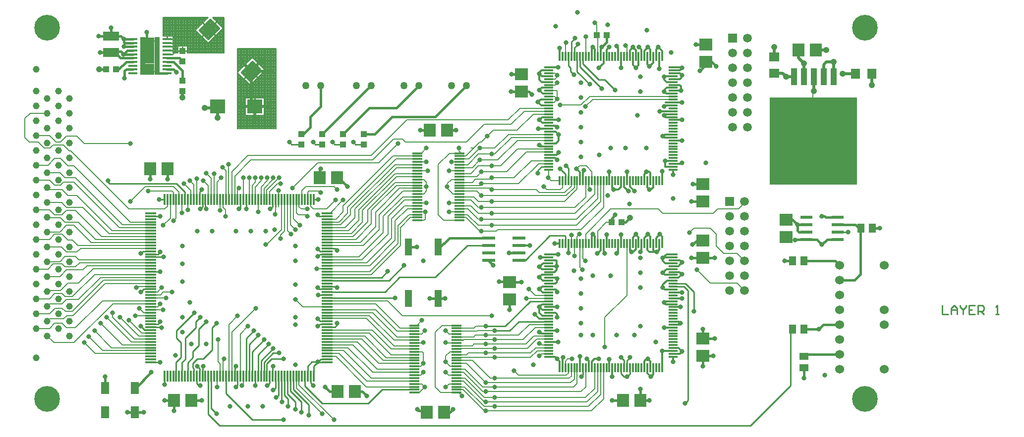
<source format=gtl>
%FSLAX24Y24*%
%MOIN*%
G70*
G01*
G75*
G04 Layer_Physical_Order=1*
%ADD10R,0.0866X0.0236*%
%ADD11C,0.0200*%
%ADD12R,0.0620X0.1010*%
%ADD13R,0.0600X0.0150*%
%ADD14R,0.0360X0.2560*%
%ADD15R,0.0620X0.0775*%
%ADD16R,0.0866X0.0787*%
%ADD17R,0.0787X0.0866*%
%ADD18R,0.0394X0.0433*%
%ADD19R,0.0630X0.0118*%
%ADD20R,0.0118X0.0630*%
%ADD21R,0.0650X0.0118*%
%ADD22R,0.0728X0.0118*%
%ADD23R,0.0118X0.0728*%
%ADD24R,0.0512X0.0591*%
%ADD25R,0.0807X0.0236*%
%ADD26R,0.0591X0.0512*%
%ADD27R,0.0551X0.0787*%
%ADD28R,0.1063X0.0630*%
%ADD29C,0.0241*%
%ADD30R,0.1024X0.0945*%
%ADD31R,0.0630X0.0709*%
%ADD32R,0.0709X0.0630*%
%ADD33R,0.0433X0.0394*%
%ADD34R,0.0500X0.1181*%
%ADD35R,0.0866X0.0236*%
%ADD36R,0.5906X0.5906*%
%ADD37R,0.0420X0.1181*%
%ADD38C,0.0100*%
%ADD39C,0.0080*%
%ADD40C,0.0160*%
%ADD41C,0.0120*%
%ADD42C,0.0200*%
%ADD43C,0.0180*%
%ADD44C,0.0500*%
%ADD45C,0.1732*%
%ADD46C,0.1732*%
%ADD47C,0.0460*%
%ADD48C,0.0600*%
%ADD49R,0.0591X0.0591*%
%ADD50C,0.0591*%
%ADD51C,0.0320*%
%ADD52C,0.0420*%
D10*
X52176Y42850D02*
D03*
X54224Y41850D02*
D03*
Y42350D02*
D03*
Y42850D02*
D03*
Y43350D02*
D03*
X52176Y41850D02*
D03*
Y42350D02*
D03*
D11*
X29800Y56600D02*
D03*
X29000D02*
D03*
Y54550D02*
D03*
X29800D02*
D03*
X29600Y56000D02*
D03*
X29200Y55200D02*
D03*
Y55600D02*
D03*
Y56000D02*
D03*
X29600Y55600D02*
D03*
Y55200D02*
D03*
X76600Y50300D02*
D03*
Y51300D02*
D03*
Y52300D02*
D03*
X71500Y50300D02*
D03*
Y51300D02*
D03*
Y52300D02*
D03*
X75100Y47500D02*
D03*
X76100D02*
D03*
Y48500D02*
D03*
X75100D02*
D03*
Y49500D02*
D03*
X76100D02*
D03*
X72100Y47500D02*
D03*
X73100D02*
D03*
Y48500D02*
D03*
X72100D02*
D03*
Y49500D02*
D03*
X73100D02*
D03*
D12*
X29400Y55600D02*
D03*
D13*
X30550Y54450D02*
D03*
Y54706D02*
D03*
Y54962D02*
D03*
Y55218D02*
D03*
Y55474D02*
D03*
Y55730D02*
D03*
Y55986D02*
D03*
Y56242D02*
D03*
Y56498D02*
D03*
Y56754D02*
D03*
X28250Y54450D02*
D03*
Y54706D02*
D03*
Y54962D02*
D03*
Y55218D02*
D03*
Y55474D02*
D03*
Y55730D02*
D03*
Y55986D02*
D03*
Y56242D02*
D03*
Y56498D02*
D03*
Y56754D02*
D03*
D14*
X28910Y55600D02*
D03*
X29890D02*
D03*
D15*
X29400Y54710D02*
D03*
Y56490D02*
D03*
D16*
X66800Y56391D02*
D03*
Y55209D02*
D03*
X54400Y53209D02*
D03*
Y54391D02*
D03*
X66600Y35409D02*
D03*
Y36591D02*
D03*
Y46991D02*
D03*
Y45809D02*
D03*
Y42009D02*
D03*
Y43191D02*
D03*
X53600Y39209D02*
D03*
Y40391D02*
D03*
X72200Y44591D02*
D03*
Y43409D02*
D03*
D17*
X32191Y32400D02*
D03*
X31009D02*
D03*
X30591Y48000D02*
D03*
X29409D02*
D03*
X43191Y33000D02*
D03*
X42009D02*
D03*
X41991Y47400D02*
D03*
X40809D02*
D03*
X49391Y50600D02*
D03*
X48209D02*
D03*
X62391Y32400D02*
D03*
X61209D02*
D03*
X48009Y31600D02*
D03*
X49191D02*
D03*
X74191Y56000D02*
D03*
X73009D02*
D03*
D18*
X39600Y50335D02*
D03*
Y49665D02*
D03*
X41000Y50335D02*
D03*
Y49665D02*
D03*
X42400Y50335D02*
D03*
Y49665D02*
D03*
X43800Y50335D02*
D03*
Y49665D02*
D03*
X31600Y53265D02*
D03*
Y53935D02*
D03*
Y55265D02*
D03*
Y55935D02*
D03*
D19*
X56227Y42245D02*
D03*
Y42048D02*
D03*
Y41851D02*
D03*
Y41654D02*
D03*
Y41457D02*
D03*
Y41261D02*
D03*
Y41064D02*
D03*
Y40867D02*
D03*
Y40670D02*
D03*
Y40473D02*
D03*
Y40276D02*
D03*
Y40080D02*
D03*
Y39883D02*
D03*
Y39686D02*
D03*
Y39489D02*
D03*
Y39292D02*
D03*
Y39095D02*
D03*
Y38898D02*
D03*
Y38702D02*
D03*
Y38505D02*
D03*
Y38308D02*
D03*
Y38111D02*
D03*
Y37914D02*
D03*
Y37717D02*
D03*
Y37520D02*
D03*
Y37324D02*
D03*
Y37127D02*
D03*
Y36930D02*
D03*
Y36733D02*
D03*
Y36536D02*
D03*
Y36339D02*
D03*
Y36143D02*
D03*
Y35946D02*
D03*
Y35749D02*
D03*
Y35552D02*
D03*
Y35355D02*
D03*
X64573Y42245D02*
D03*
Y42048D02*
D03*
Y41851D02*
D03*
Y41654D02*
D03*
Y41457D02*
D03*
Y41261D02*
D03*
Y41064D02*
D03*
Y40867D02*
D03*
Y40670D02*
D03*
Y40473D02*
D03*
Y40276D02*
D03*
Y40080D02*
D03*
Y39883D02*
D03*
Y39686D02*
D03*
Y39489D02*
D03*
Y39292D02*
D03*
Y39095D02*
D03*
Y38898D02*
D03*
Y38702D02*
D03*
Y38505D02*
D03*
Y38308D02*
D03*
Y38111D02*
D03*
Y37914D02*
D03*
Y37717D02*
D03*
Y37520D02*
D03*
Y37324D02*
D03*
Y37127D02*
D03*
Y36930D02*
D03*
Y36733D02*
D03*
Y36536D02*
D03*
Y36339D02*
D03*
Y36143D02*
D03*
Y35946D02*
D03*
Y35749D02*
D03*
Y35552D02*
D03*
Y35355D02*
D03*
Y47955D02*
D03*
Y48152D02*
D03*
Y48349D02*
D03*
Y48546D02*
D03*
Y48743D02*
D03*
Y48939D02*
D03*
Y49136D02*
D03*
Y49333D02*
D03*
Y49530D02*
D03*
Y49727D02*
D03*
Y49924D02*
D03*
Y50120D02*
D03*
Y50317D02*
D03*
Y50514D02*
D03*
Y50711D02*
D03*
Y50908D02*
D03*
Y51105D02*
D03*
Y51302D02*
D03*
Y51498D02*
D03*
Y51695D02*
D03*
Y51892D02*
D03*
Y52089D02*
D03*
Y52286D02*
D03*
Y52483D02*
D03*
Y52680D02*
D03*
Y52876D02*
D03*
Y53073D02*
D03*
Y53270D02*
D03*
Y53467D02*
D03*
Y53664D02*
D03*
Y53861D02*
D03*
Y54057D02*
D03*
Y54254D02*
D03*
Y54451D02*
D03*
Y54648D02*
D03*
Y54845D02*
D03*
X56227Y47955D02*
D03*
Y48152D02*
D03*
Y48349D02*
D03*
Y48546D02*
D03*
Y48743D02*
D03*
Y48939D02*
D03*
Y49136D02*
D03*
Y49333D02*
D03*
Y49530D02*
D03*
Y49727D02*
D03*
Y49924D02*
D03*
Y50120D02*
D03*
Y50317D02*
D03*
Y50514D02*
D03*
Y50711D02*
D03*
Y50908D02*
D03*
Y51105D02*
D03*
Y51302D02*
D03*
Y51498D02*
D03*
Y51695D02*
D03*
Y51892D02*
D03*
Y52089D02*
D03*
Y52286D02*
D03*
Y52483D02*
D03*
Y52680D02*
D03*
Y52876D02*
D03*
Y53073D02*
D03*
Y53270D02*
D03*
Y53467D02*
D03*
Y53664D02*
D03*
Y53861D02*
D03*
Y54057D02*
D03*
Y54254D02*
D03*
Y54451D02*
D03*
Y54648D02*
D03*
Y54845D02*
D03*
D20*
X56955Y34627D02*
D03*
X57152D02*
D03*
X57349D02*
D03*
X57546D02*
D03*
X57743D02*
D03*
X57939D02*
D03*
X58136D02*
D03*
X58333D02*
D03*
X58530D02*
D03*
X58727D02*
D03*
X58924D02*
D03*
X59120D02*
D03*
X59317D02*
D03*
X59514D02*
D03*
X59711D02*
D03*
X59908D02*
D03*
X60105D02*
D03*
X60302D02*
D03*
X60498D02*
D03*
X60695D02*
D03*
X60892D02*
D03*
X61089D02*
D03*
X61286D02*
D03*
X61483D02*
D03*
X61680D02*
D03*
X61876D02*
D03*
X62073D02*
D03*
X62270D02*
D03*
X62467D02*
D03*
X62664D02*
D03*
X62861D02*
D03*
X63057D02*
D03*
X63254D02*
D03*
X63451D02*
D03*
X63648D02*
D03*
X63845D02*
D03*
X56955Y42973D02*
D03*
X57152D02*
D03*
X57349D02*
D03*
X57546D02*
D03*
X57743D02*
D03*
X57939D02*
D03*
X58136D02*
D03*
X58333D02*
D03*
X58530D02*
D03*
X58727D02*
D03*
X58924D02*
D03*
X59120D02*
D03*
X59317D02*
D03*
X59514D02*
D03*
X59711D02*
D03*
X59908D02*
D03*
X60105D02*
D03*
X60302D02*
D03*
X60498D02*
D03*
X60695D02*
D03*
X60892D02*
D03*
X61089D02*
D03*
X61286D02*
D03*
X61483D02*
D03*
X61680D02*
D03*
X61876D02*
D03*
X62073D02*
D03*
X62270D02*
D03*
X62467D02*
D03*
X62664D02*
D03*
X62861D02*
D03*
X63057D02*
D03*
X63254D02*
D03*
X63451D02*
D03*
X63648D02*
D03*
X63845D02*
D03*
Y55573D02*
D03*
X63648D02*
D03*
X63451D02*
D03*
X63254D02*
D03*
X63057D02*
D03*
X62861D02*
D03*
X62664D02*
D03*
X62467D02*
D03*
X62270D02*
D03*
X62073D02*
D03*
X61876D02*
D03*
X61680D02*
D03*
X61483D02*
D03*
X61286D02*
D03*
X61089D02*
D03*
X60892D02*
D03*
X60695D02*
D03*
X60498D02*
D03*
X60302D02*
D03*
X60105D02*
D03*
X59908D02*
D03*
X59711D02*
D03*
X59514D02*
D03*
X59317D02*
D03*
X59120D02*
D03*
X58924D02*
D03*
X58727D02*
D03*
X58530D02*
D03*
X58333D02*
D03*
X58136D02*
D03*
X57939D02*
D03*
X57743D02*
D03*
X57546D02*
D03*
X57349D02*
D03*
X57152D02*
D03*
X56955D02*
D03*
X63845Y47227D02*
D03*
X63648D02*
D03*
X63451D02*
D03*
X63254D02*
D03*
X63057D02*
D03*
X62861D02*
D03*
X62664D02*
D03*
X62467D02*
D03*
X62270D02*
D03*
X62073D02*
D03*
X61876D02*
D03*
X61680D02*
D03*
X61483D02*
D03*
X61286D02*
D03*
X61089D02*
D03*
X60892D02*
D03*
X60695D02*
D03*
X60498D02*
D03*
X60302D02*
D03*
X60105D02*
D03*
X59908D02*
D03*
X59711D02*
D03*
X59514D02*
D03*
X59317D02*
D03*
X59120D02*
D03*
X58924D02*
D03*
X58727D02*
D03*
X58530D02*
D03*
X58333D02*
D03*
X58136D02*
D03*
X57939D02*
D03*
X57743D02*
D03*
X57546D02*
D03*
X57349D02*
D03*
X57152D02*
D03*
X56955D02*
D03*
D21*
X47373Y49064D02*
D03*
Y48867D02*
D03*
Y48670D02*
D03*
Y48473D02*
D03*
Y48276D02*
D03*
Y48080D02*
D03*
Y47883D02*
D03*
Y47686D02*
D03*
Y47489D02*
D03*
Y47292D02*
D03*
Y47095D02*
D03*
Y46898D02*
D03*
Y46702D02*
D03*
Y46505D02*
D03*
Y46308D02*
D03*
Y46111D02*
D03*
Y45914D02*
D03*
Y45717D02*
D03*
Y45520D02*
D03*
Y45324D02*
D03*
Y45127D02*
D03*
Y44930D02*
D03*
Y44733D02*
D03*
Y44536D02*
D03*
X50227Y49064D02*
D03*
Y48867D02*
D03*
Y48670D02*
D03*
Y48473D02*
D03*
Y48276D02*
D03*
Y48080D02*
D03*
Y47883D02*
D03*
Y47686D02*
D03*
Y47489D02*
D03*
Y47292D02*
D03*
Y47095D02*
D03*
Y46898D02*
D03*
Y46702D02*
D03*
Y46505D02*
D03*
Y46308D02*
D03*
Y46111D02*
D03*
Y45914D02*
D03*
Y45717D02*
D03*
Y45520D02*
D03*
Y45324D02*
D03*
Y45127D02*
D03*
Y44930D02*
D03*
Y44733D02*
D03*
Y44536D02*
D03*
X50027Y32936D02*
D03*
Y33133D02*
D03*
Y33330D02*
D03*
Y33527D02*
D03*
Y33724D02*
D03*
Y33920D02*
D03*
Y34117D02*
D03*
Y34314D02*
D03*
Y34511D02*
D03*
Y34708D02*
D03*
Y34905D02*
D03*
Y35102D02*
D03*
Y35298D02*
D03*
Y35495D02*
D03*
Y35692D02*
D03*
Y35889D02*
D03*
Y36086D02*
D03*
Y36283D02*
D03*
Y36480D02*
D03*
Y36676D02*
D03*
Y36873D02*
D03*
Y37070D02*
D03*
Y37267D02*
D03*
Y37464D02*
D03*
X47173Y32936D02*
D03*
Y33133D02*
D03*
Y33330D02*
D03*
Y33527D02*
D03*
Y33724D02*
D03*
Y33920D02*
D03*
Y34117D02*
D03*
Y34314D02*
D03*
Y34511D02*
D03*
Y34708D02*
D03*
Y34905D02*
D03*
Y35102D02*
D03*
Y35298D02*
D03*
Y35495D02*
D03*
Y35692D02*
D03*
Y35889D02*
D03*
Y36086D02*
D03*
Y36283D02*
D03*
Y36480D02*
D03*
Y36676D02*
D03*
Y36873D02*
D03*
Y37070D02*
D03*
Y37267D02*
D03*
Y37464D02*
D03*
D22*
X29465Y45020D02*
D03*
Y44823D02*
D03*
Y44626D02*
D03*
Y44429D02*
D03*
Y44232D02*
D03*
Y44035D02*
D03*
Y43839D02*
D03*
Y43642D02*
D03*
Y43445D02*
D03*
Y43248D02*
D03*
Y43051D02*
D03*
Y42854D02*
D03*
Y42657D02*
D03*
Y42461D02*
D03*
Y42264D02*
D03*
Y42067D02*
D03*
Y41870D02*
D03*
Y41673D02*
D03*
Y41476D02*
D03*
Y41280D02*
D03*
Y41083D02*
D03*
Y40886D02*
D03*
Y40689D02*
D03*
Y40492D02*
D03*
Y40295D02*
D03*
Y40098D02*
D03*
Y39902D02*
D03*
Y39705D02*
D03*
Y39508D02*
D03*
Y39311D02*
D03*
Y39114D02*
D03*
Y38917D02*
D03*
Y38720D02*
D03*
Y38524D02*
D03*
Y38327D02*
D03*
Y38130D02*
D03*
Y37933D02*
D03*
Y37736D02*
D03*
Y37539D02*
D03*
Y37343D02*
D03*
Y37146D02*
D03*
Y36949D02*
D03*
Y36752D02*
D03*
Y36555D02*
D03*
Y36358D02*
D03*
Y36161D02*
D03*
Y35965D02*
D03*
Y35768D02*
D03*
Y35571D02*
D03*
Y35374D02*
D03*
Y35177D02*
D03*
Y34980D02*
D03*
X41335Y45020D02*
D03*
Y44823D02*
D03*
Y44626D02*
D03*
Y44429D02*
D03*
Y44232D02*
D03*
Y44035D02*
D03*
Y43839D02*
D03*
Y43642D02*
D03*
Y43445D02*
D03*
Y43248D02*
D03*
Y43051D02*
D03*
Y42854D02*
D03*
Y42657D02*
D03*
Y42461D02*
D03*
Y42264D02*
D03*
Y42067D02*
D03*
Y41870D02*
D03*
Y41673D02*
D03*
Y41476D02*
D03*
Y41280D02*
D03*
Y41083D02*
D03*
Y40886D02*
D03*
Y40689D02*
D03*
Y40492D02*
D03*
Y40295D02*
D03*
Y40098D02*
D03*
Y39902D02*
D03*
Y39705D02*
D03*
Y39508D02*
D03*
Y39311D02*
D03*
Y39114D02*
D03*
Y38917D02*
D03*
Y38720D02*
D03*
Y38524D02*
D03*
Y38327D02*
D03*
Y38130D02*
D03*
Y37933D02*
D03*
Y37736D02*
D03*
Y37539D02*
D03*
Y37343D02*
D03*
Y37146D02*
D03*
Y36949D02*
D03*
Y36752D02*
D03*
Y36555D02*
D03*
Y36358D02*
D03*
Y36161D02*
D03*
Y35965D02*
D03*
Y35768D02*
D03*
Y35571D02*
D03*
Y35374D02*
D03*
Y35177D02*
D03*
Y34980D02*
D03*
D23*
X40420Y45935D02*
D03*
X40223D02*
D03*
X40026D02*
D03*
X39632D02*
D03*
X39435D02*
D03*
X39239D02*
D03*
X39042D02*
D03*
X38845D02*
D03*
X38648D02*
D03*
X38451D02*
D03*
X38254D02*
D03*
X38057D02*
D03*
X37861D02*
D03*
X37664D02*
D03*
X37467D02*
D03*
X37270D02*
D03*
X37073D02*
D03*
X36876D02*
D03*
X36680D02*
D03*
X36483D02*
D03*
X36286D02*
D03*
X36089D02*
D03*
X35892D02*
D03*
X35695D02*
D03*
X35498D02*
D03*
X35302D02*
D03*
X35105D02*
D03*
X34908D02*
D03*
X34711D02*
D03*
X34514D02*
D03*
X34317D02*
D03*
X34120D02*
D03*
X33924D02*
D03*
X33727D02*
D03*
X33530D02*
D03*
X33333D02*
D03*
X33136D02*
D03*
X32939D02*
D03*
X32743D02*
D03*
X32546D02*
D03*
X32349D02*
D03*
X32152D02*
D03*
X31955D02*
D03*
X31758D02*
D03*
X31561D02*
D03*
X31365D02*
D03*
X31168D02*
D03*
X30971D02*
D03*
X30774D02*
D03*
X30577D02*
D03*
X30380D02*
D03*
X40420Y34065D02*
D03*
X40223D02*
D03*
X40026D02*
D03*
X39829D02*
D03*
X39435D02*
D03*
X39239D02*
D03*
X39042D02*
D03*
X38845D02*
D03*
X38648D02*
D03*
X38451D02*
D03*
X38254D02*
D03*
X38057D02*
D03*
X37861D02*
D03*
X37664D02*
D03*
X37467D02*
D03*
X37270D02*
D03*
X37073D02*
D03*
X36876D02*
D03*
X36680D02*
D03*
X36483D02*
D03*
X36286D02*
D03*
X36089D02*
D03*
X35892D02*
D03*
X35695D02*
D03*
X35498D02*
D03*
X35302D02*
D03*
X35105D02*
D03*
X34908D02*
D03*
X34711D02*
D03*
X34514D02*
D03*
X34317D02*
D03*
X34120D02*
D03*
X33924D02*
D03*
X33727D02*
D03*
X33530D02*
D03*
X33333D02*
D03*
X33136D02*
D03*
X32939D02*
D03*
X32743D02*
D03*
X32546D02*
D03*
X32349D02*
D03*
X32152D02*
D03*
X31955D02*
D03*
X31758D02*
D03*
X31561D02*
D03*
X31365D02*
D03*
X31168D02*
D03*
X30971D02*
D03*
X30774D02*
D03*
X30577D02*
D03*
X30380D02*
D03*
X39632D02*
D03*
X39829Y45935D02*
D03*
D24*
X72626Y41800D02*
D03*
X73374D02*
D03*
X77974Y44000D02*
D03*
X77226D02*
D03*
X73374Y37200D02*
D03*
X72626D02*
D03*
D25*
X73547Y44750D02*
D03*
Y44250D02*
D03*
Y43750D02*
D03*
Y43250D02*
D03*
X75653Y44750D02*
D03*
Y44250D02*
D03*
Y43750D02*
D03*
Y43250D02*
D03*
D26*
X73400Y35374D02*
D03*
Y34626D02*
D03*
D27*
X26400Y31600D02*
D03*
X28400D02*
D03*
Y33254D02*
D03*
X26400D02*
D03*
D28*
X26800Y55849D02*
D03*
Y56951D02*
D03*
D29*
X36291Y55174D02*
X36802Y54662D01*
X36138Y53998D01*
X35626Y54509D01*
X36291Y55174D01*
Y54890D02*
X36518Y54662D01*
X36138Y54282D01*
X35910Y54509D01*
X36291Y54890D01*
X36259Y54637D02*
X36170Y54534D01*
X33462Y58002D02*
X33974Y57491D01*
X33309Y56826D01*
X32798Y57338D01*
X33462Y58002D01*
Y57718D02*
X33690Y57491D01*
X33309Y57110D01*
X33082Y57338D01*
X33462Y57718D01*
X33430Y57466D02*
X33341Y57363D01*
D30*
X36460Y52200D02*
D03*
X33940D02*
D03*
D31*
X77951Y54400D02*
D03*
X76849D02*
D03*
D32*
X71400Y55551D02*
D03*
Y54449D02*
D03*
D33*
X59465Y57000D02*
D03*
X60135D02*
D03*
X61135Y44400D02*
D03*
X60465D02*
D03*
X27135Y54700D02*
D03*
X26465D02*
D03*
D34*
X46800Y39268D02*
D03*
X48800D02*
D03*
Y42732D02*
D03*
X46800D02*
D03*
D35*
X52176Y43350D02*
D03*
D36*
X74022Y49869D02*
D03*
D37*
X72723Y54200D02*
D03*
X73392D02*
D03*
X74061D02*
D03*
X74731D02*
D03*
X75400D02*
D03*
D38*
X50750Y42850D02*
X52176D01*
X41335Y39705D02*
X45205D01*
X46200Y40700D01*
X48600D01*
X50750Y42850D01*
X26600Y47100D02*
Y47200D01*
X26700Y47000D02*
X31200D01*
X31758Y45935D02*
Y46442D01*
X26600Y47100D02*
X26700Y47000D01*
X31200D02*
X31758Y46442D01*
X39042Y33158D02*
Y34065D01*
X40100Y31400D02*
Y32100D01*
X45033Y33133D02*
X47173D01*
X39829Y33371D02*
X41000Y32200D01*
X44100D02*
X45033Y33133D01*
X39829Y33371D02*
Y34065D01*
X41000Y32200D02*
X44100D01*
X61800Y42400D02*
X61900D01*
X63057Y42973D02*
Y43100D01*
X62467Y42800D02*
Y42973D01*
X55600Y38700D02*
X55700Y38800D01*
X62664Y34627D02*
Y34800D01*
X62861Y34500D02*
Y34627D01*
X63845Y35755D02*
X63851Y35749D01*
X64500Y39095D02*
X64573D01*
X64400Y41261D02*
X64573D01*
X33136Y45364D02*
Y45935D01*
Y45364D02*
X33200Y45300D01*
X32939Y45439D02*
Y45935D01*
X32800Y45300D02*
X32939Y45439D01*
X35498Y45398D02*
Y45935D01*
X35400Y45300D02*
X35498Y45398D01*
X35892Y45308D02*
Y45935D01*
Y45308D02*
X35900Y45300D01*
X37664Y45464D02*
Y45935D01*
X37500Y45300D02*
X37664Y45464D01*
X37861Y45439D02*
Y45935D01*
X40839Y42461D02*
X41335D01*
X40700Y42600D02*
X40839Y42461D01*
X40864Y42264D02*
X41335D01*
X40700Y42100D02*
X40864Y42264D01*
X40798Y39902D02*
X41335D01*
X40700Y40000D02*
X40798Y39902D01*
X40708Y39508D02*
X41335D01*
X40864Y37736D02*
X41335D01*
X40700Y37900D02*
X40864Y37736D01*
X40839Y37539D02*
X41335D01*
X40700Y37400D02*
X40839Y37539D01*
X29465Y34980D02*
X30080D01*
X32600Y34700D02*
X32743Y34557D01*
Y34065D02*
Y34557D01*
X30157Y37343D02*
X30200Y37300D01*
X29465Y37343D02*
X30157D01*
X29939Y37539D02*
X30100Y37700D01*
X29465Y37539D02*
X29939D01*
X29465Y42067D02*
X30333D01*
X29964Y42264D02*
X30100Y42400D01*
X29465Y42264D02*
X29964D01*
X57743Y56543D02*
X58000Y56800D01*
X57743Y55573D02*
Y56543D01*
X43235Y49665D02*
X43800D01*
X43100Y49800D02*
X43235Y49665D01*
X33600Y37300D02*
X33900Y37600D01*
X32349Y34065D02*
Y34551D01*
X33600Y35800D02*
Y37300D01*
X33000Y35200D02*
X33600Y35800D01*
X32600Y35200D02*
X33000D01*
X32300Y34900D02*
X32600Y35200D01*
X32300Y34600D02*
Y34900D01*
Y34600D02*
X32349Y34551D01*
X32700Y36100D02*
Y37200D01*
X31955Y34065D02*
Y34955D01*
X41700Y49800D02*
X41835Y49665D01*
X42400D01*
X32700Y37200D02*
X33200Y37700D01*
X32300Y35700D02*
X32700Y36100D01*
X32300Y35300D02*
Y35700D01*
X31955Y34955D02*
X32300Y35300D01*
X40535Y49665D02*
X41000D01*
X40400Y49800D02*
X40535Y49665D01*
X32500Y37700D02*
X32800Y38000D01*
X32500Y37300D02*
Y37700D01*
X31800Y36600D02*
X32500Y37300D01*
X31800Y35200D02*
Y36600D01*
X31561Y34065D02*
Y34961D01*
X31800Y35200D01*
X31200Y37100D02*
X32400Y38300D01*
X31500Y35300D02*
Y36300D01*
X38935Y49665D02*
X39600D01*
X38800Y49800D02*
X38935Y49665D01*
X31168Y34065D02*
Y34968D01*
X31200Y36600D02*
Y37100D01*
Y36600D02*
X31500Y36300D01*
X31168Y34968D02*
X31500Y35300D01*
X66000Y38400D02*
Y39700D01*
X64573Y40276D02*
X65424D01*
X54995Y39095D02*
X56227D01*
X52000Y37400D02*
X53300D01*
X36214Y54586D02*
X36688Y55060D01*
X36214Y54586D02*
X36612Y54188D01*
X36460Y52200D02*
X37052D01*
X36460D02*
Y52752D01*
Y51648D02*
Y52200D01*
X35817Y54983D02*
X36214Y54586D01*
X35740Y54112D02*
X36214Y54586D01*
X35868Y52200D02*
X36460D01*
X33386Y57414D02*
X33860Y57888D01*
X33386Y57414D02*
X33783Y57017D01*
X32988Y57812D02*
X33386Y57414D01*
X32912Y56940D02*
X33386Y57414D01*
X30550Y56754D02*
Y56909D01*
Y56754D02*
X30930D01*
X30550Y56498D02*
X30930D01*
X31600Y55935D02*
Y56231D01*
Y55935D02*
X31877D01*
X31323D02*
X31600D01*
X30550Y56242D02*
X30930D01*
X30550Y55986D02*
X30930D01*
X30550Y55730D02*
X30930D01*
X38648Y32852D02*
Y34065D01*
X39200Y31800D02*
Y32300D01*
X38845Y33055D02*
Y34065D01*
X39600Y31600D02*
Y32300D01*
X38451Y32749D02*
Y34065D01*
X38700Y32000D02*
Y32500D01*
X50027Y36480D02*
X50451D01*
X37700Y35600D02*
X38100D01*
X37073Y34065D02*
Y34973D01*
X36680Y35480D02*
X37400Y36200D01*
X36680Y34065D02*
Y35480D01*
X54217Y37717D02*
X56227D01*
X52600Y37100D02*
X53600D01*
X35892Y36592D02*
X36400Y37100D01*
X35892Y34065D02*
Y36592D01*
X36876Y35076D02*
X37700Y35900D01*
X36876Y34065D02*
Y35076D01*
X36286Y35686D02*
X37100Y36500D01*
X36286Y34065D02*
Y35686D01*
X37600Y35200D02*
X38400D01*
X37270Y34065D02*
Y34870D01*
X36089Y36189D02*
X36700Y36800D01*
X36089Y34065D02*
Y36189D01*
X50027Y33920D02*
X50100D01*
X50027Y34314D02*
X50100D01*
X38254Y32346D02*
Y34065D01*
Y32346D02*
X38300Y32300D01*
X38057Y32757D02*
Y34065D01*
X37900Y32600D02*
X38057Y32757D01*
X50027Y36676D02*
X50100D01*
X37270Y34870D02*
X37600Y35200D01*
X37073Y34973D02*
X37700Y35600D01*
X40420Y34720D02*
X40877Y35177D01*
X41335D01*
X40720Y34980D02*
X41335D01*
X40700Y35000D02*
X40720Y34980D01*
X40420Y34065D02*
Y34720D01*
X40300Y35000D02*
X40700D01*
X40026Y34065D02*
Y34726D01*
X37664Y34664D02*
X37700Y34700D01*
X37664Y34065D02*
Y34664D01*
X37861Y33261D02*
Y34065D01*
X37700Y33100D02*
X37861Y33261D01*
X36483Y33417D02*
Y34065D01*
X35200Y33300D02*
X35300Y33400D01*
X37467Y33573D02*
Y34065D01*
X37300Y33406D02*
X37467Y33573D01*
X35105Y34605D02*
X35200Y34700D01*
X35105Y34065D02*
Y34605D01*
X35300Y33400D02*
Y34000D01*
X39042Y33158D02*
X40100Y32100D01*
X38845Y33055D02*
X39600Y32300D01*
X38648Y32852D02*
X39200Y32300D01*
X38451Y32749D02*
X38700Y32500D01*
X53300Y37400D02*
X54995Y39095D01*
X53600Y37100D02*
X54217Y37717D01*
X40223Y33577D02*
Y34065D01*
Y33577D02*
X40400Y33400D01*
X60300Y40700D02*
X60400Y40800D01*
X61680Y34180D02*
Y34627D01*
X61500Y34000D02*
X61680Y34180D01*
X61089Y34211D02*
Y34627D01*
X61300Y34000D02*
X61500D01*
X61089Y34211D02*
X61300Y34000D01*
X61483Y35083D02*
X61700Y35300D01*
X61483Y34627D02*
Y35083D01*
X61100Y35300D02*
X61286Y35114D01*
Y34627D02*
Y35114D01*
X58530Y34130D02*
Y34627D01*
X58400Y34000D02*
X58530Y34130D01*
Y55070D02*
Y55573D01*
X60000Y54000D02*
X60700Y53300D01*
X58333Y54867D02*
Y55573D01*
Y54867D02*
X59800Y53400D01*
X58136Y54564D02*
Y55573D01*
Y54564D02*
X59000Y53700D01*
X59600Y54000D02*
X60000D01*
X58530Y55070D02*
X59600Y54000D01*
X57700Y54569D02*
Y54800D01*
X57900Y54300D02*
X57935Y54335D01*
X57546Y54954D02*
X57700Y54800D01*
X57546Y54954D02*
Y55573D01*
X57700Y54569D02*
X57935Y54335D01*
X57400Y48200D02*
X57546Y48054D01*
Y47227D02*
Y48054D01*
X45492Y40492D02*
X46500Y41500D01*
X41335Y40492D02*
X45492D01*
X55752Y48152D02*
X56227D01*
X55500Y47700D02*
Y47900D01*
X55752Y48152D01*
X57000Y48000D02*
X57349Y47651D01*
Y47227D02*
Y47651D01*
X44989Y40689D02*
X45400Y41100D01*
X41335Y40689D02*
X44989D01*
X30035Y45935D02*
X30380D01*
X29465Y44823D02*
X30077D01*
X28961Y42461D02*
X29465D01*
X28800Y42300D02*
X28961Y42461D01*
X29465Y41083D02*
X30083D01*
X29002Y39902D02*
X29465D01*
X28800Y39700D02*
X29002Y39902D01*
X29054Y37146D02*
X29465D01*
X28800Y37400D02*
X29054Y37146D01*
X30380Y33480D02*
Y34065D01*
X32546Y33554D02*
Y34065D01*
X32700Y33400D02*
X32800D01*
X32546Y33554D02*
X32700Y33400D01*
X32939Y34639D02*
X33000Y34700D01*
X32939Y34065D02*
Y34639D01*
X40026Y34726D02*
X40300Y35000D01*
X42000Y37500D02*
Y37600D01*
X41335Y37343D02*
X41843D01*
X42000Y37500D01*
X41902Y40098D02*
X42000Y40000D01*
X41335Y40098D02*
X41902D01*
X41843Y42657D02*
X42000Y42500D01*
X41335Y42657D02*
X41843D01*
X40777Y44823D02*
X41335D01*
X40700Y44900D02*
X40777Y44823D01*
X40420Y45935D02*
X40735D01*
X32743Y46443D02*
X32900Y46600D01*
X32743Y45935D02*
Y46443D01*
X57300Y43500D02*
X57349Y43451D01*
X56300Y43500D02*
X57300D01*
X54650Y41850D02*
X56300Y43500D01*
X54224Y41850D02*
X54650D01*
X57349Y42973D02*
Y43451D01*
X33333Y31467D02*
X34100Y30700D01*
X69800D01*
X72500Y33400D01*
X33333Y31467D02*
Y34065D01*
X72500Y33400D02*
Y37200D01*
X33530Y31870D02*
Y34065D01*
Y31870D02*
X33900Y31500D01*
X75653Y43750D02*
X76350D01*
X57939Y55573D02*
Y56139D01*
X58200Y56400D01*
X65424Y40276D02*
X66000Y39700D01*
X65320Y40080D02*
X65600Y39800D01*
X41335Y39311D02*
X45889D01*
X34514Y32886D02*
X36300Y31100D01*
X38400D01*
X34514Y32886D02*
Y34065D01*
X65400Y32200D02*
X65600Y32400D01*
X64573Y40080D02*
X65320D01*
X65600Y32400D02*
Y39800D01*
X82700Y38800D02*
Y38200D01*
X83100D01*
X83300D02*
Y38600D01*
X83500Y38800D01*
X83700Y38600D01*
Y38200D01*
Y38500D01*
X83300D01*
X83900Y38800D02*
Y38700D01*
X84100Y38500D01*
X84299Y38700D01*
Y38800D01*
X84100Y38500D02*
Y38200D01*
X84899Y38800D02*
X84499D01*
Y38200D01*
X84899D01*
X84499Y38500D02*
X84699D01*
X85099Y38200D02*
Y38800D01*
X85399D01*
X85499Y38700D01*
Y38500D01*
X85399Y38400D01*
X85099D01*
X85299D02*
X85499Y38200D01*
X86299D02*
X86499D01*
X86399D01*
Y38800D01*
X86299Y38700D01*
D39*
X51500Y48200D02*
X53000D01*
X54133Y49333D02*
X56227D01*
X50227Y47686D02*
X50986D01*
X37300Y47200D02*
Y47400D01*
X36876Y45935D02*
Y46776D01*
X54736Y49136D02*
X56227D01*
X51700Y47800D02*
X53400D01*
X51389Y47489D02*
X51700Y47800D01*
X50227Y47489D02*
X51389D01*
X37700Y47300D02*
Y47400D01*
X37073Y45935D02*
Y46673D01*
X44800Y48400D02*
X46100Y49700D01*
X39000Y46700D02*
X40700Y48400D01*
X61400Y56300D02*
X61483Y56217D01*
Y55573D02*
Y56217D01*
X40700Y48400D02*
X44800D01*
X34317Y45420D02*
Y45935D01*
X34500Y44800D02*
Y45237D01*
X41520Y45020D02*
X42400Y45900D01*
X41335Y45020D02*
X41520D01*
X51500Y45800D02*
X57300D01*
X58136Y46636D02*
Y47227D01*
X50227Y46111D02*
X51189D01*
X39239Y45061D02*
Y45935D01*
X39899Y44901D02*
X40000Y44800D01*
X32100Y47200D02*
X32349Y46951D01*
Y45935D02*
Y46951D01*
X51900Y32300D02*
X58800D01*
X59514Y33014D02*
Y34627D01*
X50027Y33724D02*
X50476D01*
X51900Y32000D02*
X58900D01*
X59711Y32811D02*
Y34627D01*
X50027Y33330D02*
X50570D01*
X39239Y33261D02*
X41000Y31500D01*
X39239Y33261D02*
Y34065D01*
X58976Y52876D02*
X64573D01*
X57000Y52300D02*
X58400D01*
X34514Y45935D02*
Y47886D01*
X34300Y48100D02*
X34514Y47886D01*
X59180Y52680D02*
X64573D01*
X58700Y52200D02*
X59180Y52680D01*
X34700Y45935D02*
Y48300D01*
X51700Y49800D02*
X52500Y50600D01*
X50667Y48867D02*
X51600Y49800D01*
X55195Y51695D02*
X56227D01*
X51000Y49400D02*
X51200D01*
X50227Y48867D02*
X50667D01*
X35695Y45935D02*
Y47395D01*
X46700Y51300D02*
X53500D01*
X44300Y48900D02*
X46700Y51300D01*
X54289Y52089D02*
X56227D01*
X34908Y45935D02*
Y47808D01*
X51900Y51000D02*
X53700D01*
X54592Y51892D02*
X56227D01*
X50700Y49800D02*
X51900Y51000D01*
X45800Y50000D02*
X46400D01*
X46600Y49800D01*
X35105Y45935D02*
Y47505D01*
X46600Y49800D02*
X50700D01*
X54708Y39292D02*
X56227D01*
X34711Y37511D02*
X35300Y38100D01*
X34711Y34065D02*
Y37511D01*
X55311Y39489D02*
X56227D01*
X54900Y39900D02*
X55311Y39489D01*
X34908Y37008D02*
X36519Y38619D01*
X34908Y34065D02*
Y37008D01*
X68000Y42300D02*
X68900D01*
X65700Y43700D02*
X66000Y44000D01*
X68900Y42300D02*
X69400Y41800D01*
X67500Y42800D02*
X68000Y42300D01*
X58136Y43436D02*
X58300Y43600D01*
X58136Y42973D02*
Y43436D01*
X66000Y44000D02*
X67100D01*
X67500Y43600D01*
Y42800D02*
Y43600D01*
X67600Y45300D02*
X69000D01*
X67300Y45000D02*
X67600Y45300D01*
X60400D02*
X63600D01*
X63900Y45000D01*
X58727Y42973D02*
Y43627D01*
X63900Y45000D02*
X67300D01*
X52300Y33900D02*
X57600D01*
X57743Y34043D02*
Y34627D01*
X50027Y35102D02*
X51098D01*
X49564Y49064D02*
X50364D01*
X49164Y44536D02*
X50227D01*
X48800Y48300D02*
X49564Y49064D01*
X48800Y44900D02*
Y48300D01*
Y44900D02*
X49164Y44536D01*
X48964Y32936D02*
X50164D01*
X49064Y37464D02*
X50027D01*
X48600Y37000D02*
X49064Y37464D01*
X48600Y33300D02*
Y37000D01*
Y33300D02*
X48964Y32936D01*
X58924Y46676D02*
Y47227D01*
Y46676D02*
X59000Y46600D01*
X57349Y56449D02*
X57400Y56500D01*
X57349Y55573D02*
Y56449D01*
X39680Y38720D02*
X41335D01*
X39200Y39200D02*
X39680Y38720D01*
X40620Y41280D02*
X41335D01*
X35302Y46602D02*
X35400Y46700D01*
X35302Y45935D02*
Y46602D01*
X55757Y36143D02*
X56227D01*
X55600Y36300D02*
X55757Y36143D01*
X59120Y47227D02*
Y47820D01*
X58100Y48000D02*
X58300Y48200D01*
X58741D01*
X59120Y47820D01*
X57152Y46752D02*
Y47227D01*
X55900Y46800D02*
X56100Y46600D01*
X57000D01*
X57152Y46752D01*
X57300Y46400D02*
X57743Y46843D01*
Y47227D01*
X52400Y46600D02*
X55400D01*
X55600Y46400D01*
X52298Y46702D02*
X52400Y46600D01*
X50227Y46702D02*
X52298D01*
X41800Y46800D02*
X42000Y46600D01*
X39632Y45935D02*
Y46532D01*
X55600Y46400D02*
X57300D01*
X37835Y44935D02*
X37861Y44961D01*
X64573Y47627D02*
X64600Y47600D01*
X64000Y53200D02*
Y53300D01*
X65155Y54845D02*
X65200Y54800D01*
X56800Y54200D02*
Y54300D01*
X56649Y54451D02*
X56800Y54300D01*
X56227Y54451D02*
X56649D01*
X56227Y54057D02*
X56657D01*
X56664Y53664D02*
X56800Y53800D01*
X56227Y53664D02*
X56664D01*
X59120Y56020D02*
X59250Y56150D01*
X60200Y56100D02*
X60300Y56200D01*
X61900D02*
X61904Y56196D01*
X74000Y53200D02*
X74061Y53261D01*
X74000Y51200D02*
Y53200D01*
X30300Y39700D02*
X30900D01*
X29465Y39508D02*
X30108D01*
X30300Y39700D01*
X29465Y39311D02*
X30489D01*
X30500Y39300D01*
X29905Y39705D02*
X30200Y40000D01*
X29465Y39705D02*
X29905D01*
X44400Y48600D02*
X45800Y50000D01*
X34317Y45420D02*
X34500Y45237D01*
X61483Y39483D02*
Y42973D01*
X60000Y36000D02*
Y38000D01*
X34120Y34065D02*
Y34880D01*
X34000Y35000D02*
Y36500D01*
Y35000D02*
X34120Y34880D01*
X34317Y35117D02*
X34400Y35200D01*
X34317Y34065D02*
Y35117D01*
X60000Y38000D02*
X61483Y39483D01*
X72200Y43200D02*
X72800D01*
X72100Y43100D02*
X72200Y43200D01*
X35695Y33495D02*
Y34065D01*
X35600Y33400D02*
X35695Y33495D01*
X35498Y34065D02*
Y36898D01*
X51333Y37400D02*
X52000D01*
X50027Y37267D02*
X51200D01*
X35498Y36898D02*
X36000Y37400D01*
X33924Y33324D02*
Y34065D01*
X30577Y45477D02*
Y45935D01*
X21350Y51750D02*
X22500D01*
X21000Y51400D02*
X21350Y51750D01*
X21000Y50100D02*
Y51400D01*
Y50100D02*
X21300Y49800D01*
X21900D01*
X22300Y49400D01*
X22700D01*
X22900Y49600D01*
X23600D01*
X24000Y49200D01*
X24100D01*
X28000Y45300D01*
X30400D01*
X30577Y45477D01*
X29300Y46500D02*
X30900D01*
X30971Y45935D02*
Y46429D01*
X30900Y46500D02*
X30971Y46429D01*
X47373Y45127D02*
X47927D01*
Y44627D02*
Y45107D01*
X47373Y44536D02*
X47836D01*
X47927Y44627D01*
X40400Y45300D02*
X41300D01*
X40223Y45477D02*
Y45935D01*
X41300Y45300D02*
X41900Y45900D01*
X40800Y46500D02*
X40900Y46400D01*
X40026Y45935D02*
Y46426D01*
X21750Y50250D02*
X22650D01*
X25000Y49700D02*
X28100D01*
X22650Y50250D02*
X23100Y49800D01*
X23400D01*
X23800Y50200D01*
X24500D01*
X25000Y49700D01*
X40100Y46500D02*
X40800D01*
X40026Y46426D02*
X40100Y46500D01*
X40223Y45477D02*
X40400Y45300D01*
X37830Y56100D02*
X37900D01*
X36845Y54960D02*
X37900D01*
X36925Y54880D02*
X37900D01*
X37005Y54800D02*
X37900D01*
X37085Y54720D02*
X37900D01*
X37120Y54640D02*
X37900D01*
X37120Y54685D02*
Y56100D01*
X36365Y55440D02*
X37900D01*
X36445Y55360D02*
X37900D01*
X36525Y55280D02*
X37900D01*
X36605Y55200D02*
X37900D01*
X36685Y55120D02*
X37900D01*
X36765Y55040D02*
X37900D01*
X37040Y54560D02*
X37900D01*
X36960Y54480D02*
X37900D01*
X36880Y54400D02*
X37900D01*
X36800Y54320D02*
X37900D01*
X36720Y54240D02*
X37900D01*
X36640Y54160D02*
X37900D01*
X36560Y54080D02*
X37900D01*
X36480Y54000D02*
X37900D01*
X36400Y53920D02*
X37900D01*
X36320Y53840D02*
X37900D01*
X36240Y53760D02*
X37900D01*
X36160Y53680D02*
X37900D01*
X36800Y55005D02*
Y56100D01*
X36720Y55085D02*
Y56100D01*
X36640Y55165D02*
Y56100D01*
X36560Y55245D02*
Y56100D01*
X37040Y54765D02*
Y56100D01*
X36960Y54845D02*
Y56100D01*
X36880Y54925D02*
Y56100D01*
X36400Y55405D02*
Y56100D01*
X36320Y55485D02*
Y56100D01*
X36240Y55463D02*
Y56100D01*
X36480Y55325D02*
Y56100D01*
X36160Y55383D02*
Y56100D01*
X36080Y55303D02*
Y56100D01*
X37120Y54640D02*
Y54685D01*
X37040Y52792D02*
Y54560D01*
X36960Y52792D02*
Y54480D01*
X36880Y52792D02*
Y54400D01*
X36800Y52792D02*
Y54320D01*
X36720Y52792D02*
Y54240D01*
X36291Y55514D02*
X37143Y54662D01*
X36138Y53657D02*
X37143Y54662D01*
X36640Y52792D02*
Y54160D01*
X36115Y53680D02*
X36160D01*
X37900Y50700D02*
Y56100D01*
X37840Y50700D02*
Y56100D01*
X37760Y50700D02*
Y56100D01*
X37680Y50700D02*
Y56100D01*
X37600Y50700D02*
Y56100D01*
X37520Y50700D02*
Y56100D01*
X37440Y50700D02*
Y56100D01*
X37092Y52720D02*
X37900D01*
X37092Y52640D02*
X37900D01*
X37360Y50700D02*
Y56100D01*
X37280Y50700D02*
Y56100D01*
X37200Y50700D02*
Y56100D01*
X37120Y50700D02*
Y54640D01*
X37092Y52560D02*
X37900D01*
X37092Y52480D02*
X37900D01*
X37092Y52400D02*
X37900D01*
X37092Y52320D02*
X37900D01*
X37092Y52240D02*
X37900D01*
X37092Y52160D02*
X37900D01*
X37092Y52080D02*
X37900D01*
X37092Y52000D02*
X37900D01*
X37092Y51920D02*
X37900D01*
X37092Y51840D02*
X37900D01*
X37092Y51760D02*
X37900D01*
X37092Y51680D02*
X37900D01*
X36560Y52792D02*
Y54080D01*
X36480Y52792D02*
Y54000D01*
X37092Y51608D02*
Y52792D01*
X37040Y50700D02*
Y51608D01*
X36400Y52792D02*
Y53920D01*
X36320Y52792D02*
Y53840D01*
X36240Y52792D02*
Y53760D01*
X36080Y52792D02*
Y53715D01*
X36160Y52792D02*
Y53680D01*
X36000Y52792D02*
Y53795D01*
X36960Y50700D02*
Y51608D01*
X36880Y50700D02*
Y51608D01*
X36800Y50700D02*
Y51608D01*
X36720Y50700D02*
Y51608D01*
X36640Y50700D02*
Y51608D01*
X36560Y50700D02*
Y51608D01*
X36480Y50700D02*
Y51608D01*
X36400Y50700D02*
Y51608D01*
X36320Y50700D02*
Y51608D01*
X36240Y50700D02*
Y51608D01*
X36160Y50700D02*
Y51608D01*
X36080Y50700D02*
Y51608D01*
X35300Y56080D02*
X37900D01*
X35300Y56000D02*
X37900D01*
X35300Y56100D02*
X37830D01*
X35300Y55920D02*
X37900D01*
X35300Y55840D02*
X37900D01*
X35300Y55760D02*
X37900D01*
X36000Y55223D02*
Y56100D01*
X35300Y55680D02*
X37900D01*
X35300Y55600D02*
X37900D01*
X35300Y55520D02*
X37900D01*
X35300Y54523D02*
X36291Y55514D01*
X35300Y55440D02*
X36217D01*
X35300Y55360D02*
X36137D01*
X35300Y55280D02*
X36057D01*
X35300Y55200D02*
X35977D01*
X35300Y54495D02*
X36138Y53657D01*
X35300Y53760D02*
X36035D01*
X35300Y53600D02*
X37900D01*
X35300Y53520D02*
X37900D01*
X35300Y53680D02*
X36115D01*
X35300Y53440D02*
X37900D01*
X35300Y53360D02*
X37900D01*
X35300Y53280D02*
X37900D01*
X35920Y55143D02*
Y56100D01*
X35840Y55063D02*
Y56100D01*
X35760Y54983D02*
Y56100D01*
X35680Y54903D02*
Y56100D01*
X35600Y54823D02*
Y56100D01*
X35520Y54743D02*
Y56100D01*
X35440Y54663D02*
Y56100D01*
X35300Y55120D02*
X35897D01*
X35300Y55040D02*
X35817D01*
X35300Y54960D02*
X35737D01*
X35360Y54583D02*
Y56100D01*
X35300Y54880D02*
X35657D01*
X35300Y54523D02*
Y56100D01*
Y54800D02*
X35577D01*
X35300Y54720D02*
X35497D01*
X35300Y54640D02*
X35417D01*
X35300Y54400D02*
X35395D01*
X35300Y54320D02*
X35475D01*
X35300Y54560D02*
X35337D01*
X35300Y54160D02*
X35635D01*
X35300Y54080D02*
X35715D01*
X35300Y54240D02*
X35555D01*
X35300Y53920D02*
X35875D01*
X35300Y53840D02*
X35955D01*
X35300Y54000D02*
X35795D01*
X35300Y53200D02*
X37900D01*
X35828Y52792D02*
X37092D01*
X35920D02*
Y53875D01*
X35828Y51608D02*
X37092D01*
X36000Y50700D02*
Y51608D01*
X35920Y50700D02*
Y51608D01*
X35300Y53120D02*
X37900D01*
X35300Y53040D02*
X37900D01*
X35300Y52960D02*
X37900D01*
X35300Y52880D02*
X37900D01*
X35300Y52800D02*
X37900D01*
X35300Y51600D02*
X37900D01*
X35300Y51520D02*
X37900D01*
X35300Y51440D02*
X37900D01*
X35300Y51360D02*
X37900D01*
X35300Y51280D02*
X37900D01*
X35300Y51200D02*
X37900D01*
X35300Y51120D02*
X37900D01*
X35300Y51040D02*
X37900D01*
X35300Y50960D02*
X37900D01*
X35300Y50880D02*
X37900D01*
X35300Y50800D02*
X37900D01*
X35300Y50720D02*
X37900D01*
X35300Y50700D02*
X37900D01*
X35840Y52792D02*
Y53955D01*
X35828Y51608D02*
Y52792D01*
X35760Y50700D02*
Y54035D01*
X35600Y50700D02*
Y54195D01*
X35680Y50700D02*
Y54115D01*
X35520Y50700D02*
Y54275D01*
X35300Y52720D02*
X35828D01*
X35300Y52640D02*
X35828D01*
X35300Y52560D02*
X35828D01*
X35360Y50700D02*
Y54435D01*
X35440Y50700D02*
Y54355D01*
X35300Y50700D02*
Y54495D01*
Y52480D02*
X35828D01*
X35300Y52400D02*
X35828D01*
X35300Y52320D02*
X35828D01*
X35300Y52240D02*
X35828D01*
X35300Y52160D02*
X35828D01*
X35840Y50700D02*
Y51608D01*
X35300Y52080D02*
X35828D01*
X35300Y52000D02*
X35828D01*
X35300Y51920D02*
X35828D01*
X35300Y51840D02*
X35828D01*
X35300Y51760D02*
X35828D01*
X35300Y51680D02*
X35828D01*
X33885Y57920D02*
X34400D01*
X33965Y57840D02*
X34400D01*
X34045Y57760D02*
X34400D01*
X34240Y57565D02*
Y58200D01*
X34160Y57645D02*
Y58200D01*
X34080Y57725D02*
Y58200D01*
X33605D02*
X34400D01*
X33645Y58160D02*
X34400D01*
X33725Y58080D02*
X34400D01*
X33805Y58000D02*
X34400D01*
X33605Y58200D02*
X34314Y57491D01*
X34125Y57680D02*
X34400D01*
X34205Y57600D02*
X34400D01*
X34285Y57520D02*
X34400D01*
X34263Y57440D02*
X34400D01*
X34183Y57360D02*
X34400D01*
X34103Y57280D02*
X34400D01*
X34023Y57200D02*
X34400D01*
X33943Y57120D02*
X34400D01*
X33863Y57040D02*
X34400D01*
X33783Y56960D02*
X34400D01*
X33760Y58045D02*
Y58200D01*
X33680Y58125D02*
Y58200D01*
X33280Y58160D02*
Y58200D01*
X34000Y57805D02*
Y58200D01*
X33920Y57885D02*
Y58200D01*
X33840Y57965D02*
Y58200D01*
X33200Y58080D02*
Y58200D01*
X33120Y58000D02*
Y58200D01*
X33040Y57920D02*
Y58200D01*
X32457Y57338D02*
X33320Y58200D01*
X32960Y57840D02*
Y58200D01*
X32880Y57760D02*
Y58200D01*
X32800Y57680D02*
Y58200D01*
X32720Y57600D02*
Y58200D01*
X32640Y57520D02*
Y58200D01*
X32560Y57440D02*
Y58200D01*
X32480Y57360D02*
Y58200D01*
Y57315D02*
Y57360D01*
X34400Y55800D02*
Y58200D01*
X34320Y55800D02*
Y58200D01*
X34240Y55800D02*
Y57417D01*
X34160Y55800D02*
Y57337D01*
X34080Y55800D02*
Y57257D01*
X34000Y55800D02*
Y57177D01*
X33309Y56486D02*
X34314Y57491D01*
X33703Y56880D02*
X34400D01*
X33920Y55800D02*
Y57097D01*
X33840Y55800D02*
Y57017D01*
X33760Y55800D02*
Y56937D01*
X33623Y56800D02*
X34400D01*
X33543Y56720D02*
X34400D01*
X33680Y55800D02*
Y56857D01*
X33600Y55800D02*
Y56777D01*
X33520Y55800D02*
Y56697D01*
X33463Y56640D02*
X34400D01*
X33383Y56560D02*
X34400D01*
X31917Y56000D02*
X34400D01*
X31917Y55920D02*
X34400D01*
X31917Y55840D02*
X34400D01*
X32457Y57338D02*
X33309Y56486D01*
X32640Y55800D02*
Y57155D01*
X32480Y55800D02*
Y57315D01*
X32560Y55800D02*
Y57235D01*
X32400Y55800D02*
Y58200D01*
X32320Y55800D02*
Y58200D01*
X32240Y55800D02*
Y58200D01*
X32160Y55800D02*
Y58200D01*
X32080Y55800D02*
Y58200D01*
X32000Y55800D02*
Y58200D01*
X33440Y55800D02*
Y56617D01*
X33360Y55800D02*
Y56537D01*
X33280Y55800D02*
Y56515D01*
X33200Y55800D02*
Y56595D01*
X33120Y55800D02*
Y56675D01*
X32960Y55800D02*
Y56835D01*
X33040Y55800D02*
Y56755D01*
X32880Y55800D02*
Y56915D01*
X32800Y55800D02*
Y56995D01*
X32720Y55800D02*
Y57075D01*
X30300Y58200D02*
X33320D01*
X30300Y58160D02*
X33280D01*
X30300Y58080D02*
X33200D01*
X30300Y58000D02*
X33120D01*
X30300Y57920D02*
X33040D01*
X30300Y57840D02*
X32960D01*
X30300Y57760D02*
X32880D01*
X30300Y57680D02*
X32800D01*
X30300Y57600D02*
X32720D01*
X30300Y57520D02*
X32640D01*
X30300Y57200D02*
X32595D01*
X30970Y56800D02*
X32995D01*
X30970Y56720D02*
X33075D01*
X30970Y56880D02*
X32915D01*
X30970Y56560D02*
X33235D01*
X30970Y56640D02*
X33155D01*
X30300Y57040D02*
X32755D01*
X30300Y56960D02*
X32835D01*
X30300Y57120D02*
X32675D01*
X30970Y56480D02*
X34400D01*
X30970Y56400D02*
X34400D01*
X30960Y56949D02*
Y58200D01*
X30880Y56949D02*
Y58200D01*
X30800Y56949D02*
Y58200D01*
X30720Y56949D02*
Y58200D01*
X30640Y56949D02*
Y58200D01*
X30560Y56949D02*
Y58200D01*
X30480Y56949D02*
Y58200D01*
X30300Y57440D02*
X32560D01*
X30400Y56949D02*
Y58200D01*
X30320Y56949D02*
Y58200D01*
X30300Y56949D02*
Y58200D01*
X30970Y56693D02*
Y56949D01*
Y56559D02*
Y56693D01*
Y56559D02*
Y56693D01*
Y56437D02*
Y56559D01*
X30300Y57360D02*
X32480D01*
X30300Y57280D02*
X32515D01*
X30300Y56949D02*
X30970D01*
X31840Y56271D02*
Y58200D01*
X31760Y56271D02*
Y58200D01*
X31680Y56271D02*
Y58200D01*
X31920Y55800D02*
Y58200D01*
X31917Y55800D02*
Y56271D01*
X31600D02*
Y58200D01*
X31520Y56271D02*
Y58200D01*
X30970Y56320D02*
X34400D01*
X31440Y56271D02*
Y58200D01*
X31283Y56271D02*
X31917D01*
X31360D02*
Y58200D01*
X31917Y56240D02*
X34400D01*
X31917Y56160D02*
X34400D01*
X31917Y56080D02*
X34400D01*
X31917Y55800D02*
X34400D01*
X30970Y56240D02*
X31283D01*
X30970Y56160D02*
X31283D01*
X30970Y56080D02*
X31283D01*
X31280Y55800D02*
Y58200D01*
X31283Y55800D02*
Y56271D01*
X31200Y55800D02*
Y58200D01*
X31120Y55800D02*
Y58200D01*
X31040Y55800D02*
Y58200D01*
X30970Y56303D02*
Y56437D01*
Y56303D02*
Y56437D01*
Y56181D02*
Y56303D01*
Y56047D02*
Y56181D01*
Y56047D02*
Y56181D01*
Y56000D02*
X31283D01*
X30970Y55925D02*
Y56047D01*
Y55920D02*
X31283D01*
X30970Y55800D02*
Y55925D01*
Y55800D02*
Y55925D01*
Y55840D02*
X31283D01*
X30970Y55800D02*
X31283D01*
X30970Y55730D02*
X31040Y55800D01*
X30550Y55730D02*
X30970D01*
X38057Y45443D02*
Y46557D01*
X57400Y34100D02*
X57546Y34246D01*
X51800Y33000D02*
X58400D01*
X58727Y33327D02*
Y34627D01*
X51900Y32600D02*
X58700D01*
X59317Y33217D02*
Y34627D01*
X51800Y33300D02*
X57900D01*
X58136Y33536D02*
Y34627D01*
X50027Y34511D02*
X50589D01*
X58333Y41367D02*
Y42973D01*
Y41367D02*
X58500Y41200D01*
X66200D02*
X67100Y40300D01*
X68900D02*
X69400Y39800D01*
X69500D01*
X58530Y41970D02*
X58700Y41800D01*
X58530Y41970D02*
Y42973D01*
X67100Y40300D02*
X68900D01*
X57939Y42161D02*
Y42973D01*
X57743D02*
Y43543D01*
X59908Y45408D02*
Y47227D01*
X58400Y43900D02*
X59908Y45408D01*
X52700Y43800D02*
X52800Y43900D01*
X51700Y43800D02*
X52700D01*
X38254Y43900D02*
Y45935D01*
X37200Y42900D02*
X37254D01*
X52800Y43900D02*
X58400D01*
X69400Y45700D02*
Y45800D01*
X58727Y43627D02*
X60400Y45300D01*
X69000D02*
X69400Y45700D01*
X47673Y33527D02*
X47900Y33300D01*
X47173Y33527D02*
X47673D01*
X47536Y32936D02*
X47900Y33300D01*
X47173Y32936D02*
X47536D01*
X49527Y33527D02*
X50027D01*
X49300Y33300D02*
X49527Y33527D01*
X51900Y31700D02*
X59100D01*
X39435Y33465D02*
X41800Y31100D01*
X59908Y32508D02*
Y34627D01*
X50027Y33133D02*
X50467D01*
X39435Y33465D02*
Y34065D01*
X47173Y36283D02*
X47783D01*
X47673Y36873D02*
X47900Y37100D01*
X47173Y36873D02*
X47673D01*
X49527D02*
X50027D01*
X49300Y37100D02*
X49527Y36873D01*
X50805Y35600D02*
X55000D01*
X55346Y35946D02*
X56227D01*
X50027Y35495D02*
X50700D01*
X51200Y36200D02*
X54700D01*
X55233Y36733D02*
X56227D01*
X50027Y36086D02*
X51086D01*
X47783Y36283D02*
X47800Y36300D01*
X51430Y37100D02*
X52600D01*
X50027Y37070D02*
X51400D01*
X50038Y35900D02*
X54800D01*
X55436Y36536D02*
X56227D01*
X49417Y36283D02*
X50027D01*
X49300Y36400D02*
X49417Y36283D01*
X50472Y36500D02*
X54500D01*
X55324Y37324D02*
X56227D01*
X50029Y35300D02*
X55000D01*
X55449Y35749D02*
X56227D01*
X51300Y36800D02*
X54200D01*
X54920Y37520D02*
X56227D01*
X47364Y37464D02*
X47700Y37800D01*
X47173Y37464D02*
X47364D01*
X47800Y34900D02*
Y35600D01*
X47608Y34708D02*
X47800Y34900D01*
X47173Y35692D02*
X47708D01*
X47173Y34708D02*
X47608D01*
X47708Y35692D02*
X47800Y35600D01*
X49592Y35692D02*
X50027D01*
X49592Y34708D02*
X50027D01*
X49300Y35000D02*
Y35400D01*
Y35000D02*
X49592Y34708D01*
X49300Y35400D02*
X49592Y35692D01*
X47617Y34117D02*
X47800Y34300D01*
X47173Y34117D02*
X47617D01*
X49483D02*
X50027D01*
X49300Y34300D02*
X49483Y34117D01*
X47664Y49064D02*
X48000Y49400D01*
X47373Y49064D02*
X47664D01*
X50467Y33133D02*
X51900Y31700D01*
X50570Y33330D02*
X51900Y32000D01*
X50476Y33724D02*
X51900Y32300D01*
X50100Y33920D02*
X50580D01*
X51900Y32600D01*
X50100Y34314D02*
X50486D01*
X51800Y33000D01*
X50589Y34511D02*
X51800Y33300D01*
X52000Y33600D02*
X57700D01*
X57939Y33839D02*
Y34627D01*
X50027Y34905D02*
X50695D01*
X52000Y33600D01*
X51098Y35102D02*
X52300Y33900D01*
X50027Y35298D02*
X50029Y35300D01*
X50700Y35495D02*
X50805Y35600D01*
X50027Y35889D02*
X50038Y35900D01*
X51086Y36086D02*
X51200Y36200D01*
X50451Y36480D02*
X50472Y36500D01*
X50100Y36676D02*
X51176D01*
X51300Y36800D01*
X51400Y37070D02*
X51430Y37100D01*
X51200Y37267D02*
X51333Y37400D01*
X54200Y36800D02*
X54920Y37520D01*
X54500Y36500D02*
X55324Y37324D01*
X54700Y36200D02*
X55233Y36733D01*
X54800Y35900D02*
X55436Y36536D01*
X55000Y35600D02*
X55346Y35946D01*
X55000Y35300D02*
X55449Y35749D01*
X43970Y33330D02*
X47173D01*
X41335Y35374D02*
X41926D01*
X43970Y33330D01*
X41335Y35571D02*
X42129D01*
X43976Y33724D02*
X47173D01*
X42129Y35571D02*
X43976Y33724D01*
X41335Y35768D02*
X42432D01*
X44280Y33920D02*
X47173D01*
X42432Y35768D02*
X44280Y33920D01*
X41335Y35965D02*
X42735D01*
X44386Y34314D01*
X47173D01*
X41335Y36161D02*
X43039D01*
X44689Y34511D02*
X47173D01*
X43039Y36161D02*
X44689Y34511D01*
X41335Y36358D02*
X43342D01*
X44795Y34905D02*
X47173D01*
X43342Y36358D02*
X44795Y34905D01*
X41335Y36555D02*
X43645D01*
X45098Y35102D02*
X47173D01*
X43645Y36555D02*
X45098Y35102D01*
X41335Y36752D02*
X43848D01*
X45302Y35298D02*
X47173D01*
X43848Y36752D02*
X45302Y35298D01*
X41335Y36949D02*
X44151D01*
X45605Y35495D02*
X47173D01*
X44151Y36949D02*
X45605Y35495D01*
X41335Y37146D02*
X44354D01*
X45611Y35889D02*
X47173D01*
X44354Y37146D02*
X45611Y35889D01*
X41335Y37933D02*
X43967D01*
X45814Y36086D02*
X47173D01*
X43967Y37933D02*
X45814Y36086D01*
X41335Y38130D02*
X44170D01*
X45820Y36480D02*
X47173D01*
X44170Y38130D02*
X45820Y36480D01*
X41335Y38327D02*
X44373D01*
X46024Y36676D02*
X47173D01*
X44373Y38327D02*
X46024Y36676D01*
X41335Y38524D02*
X44576D01*
X46030Y37070D02*
X47173D01*
X44576Y38524D02*
X46030Y37070D01*
X41335Y38917D02*
X44583D01*
X46233Y37267D02*
X47173D01*
X44583Y38917D02*
X46233Y37267D01*
X57600Y33900D02*
X57743Y34043D01*
X59100Y31700D02*
X59908Y32508D01*
X58900Y32000D02*
X59711Y32811D01*
X58800Y32300D02*
X59514Y33014D01*
X58700Y32600D02*
X59317Y33217D01*
X58400Y33000D02*
X58727Y33327D01*
X57700Y33600D02*
X57939Y33839D01*
X57900Y33300D02*
X58136Y33536D01*
X34908Y47808D02*
X36000Y48900D01*
X44300D01*
X53500Y51300D02*
X54289Y52089D01*
X36200Y48600D02*
X44400D01*
X35105Y47505D02*
X36200Y48600D01*
X53700Y51000D02*
X54592Y51892D01*
X56227Y47427D02*
Y47955D01*
X56373Y47227D02*
X56955D01*
X56200Y47400D02*
X56227Y47427D01*
X56200Y47400D02*
X56373Y47227D01*
X50200Y49228D02*
X50364Y49064D01*
X50200Y49228D02*
Y49400D01*
X53517Y50317D02*
X56227D01*
X51600Y49400D02*
X52600D01*
X50870Y48670D02*
X51600Y49400D01*
X50227Y48670D02*
X50870D01*
X36089Y47389D02*
X36100Y47400D01*
X36089Y45935D02*
Y47389D01*
X51600Y49800D02*
X51700D01*
X52500Y50600D02*
X54100D01*
X51500Y49000D02*
X52600D01*
X53720Y50120D02*
X56227D01*
X50227Y48276D02*
X50776D01*
X36500Y47100D02*
Y47400D01*
X36286Y45935D02*
Y46886D01*
X36500Y47100D01*
X54124Y49924D02*
X56227D01*
X51600Y48600D02*
X52800D01*
X51080Y48080D02*
X51600Y48600D01*
X50227Y48080D02*
X51080D01*
X36900Y47200D02*
Y47400D01*
X36483Y45935D02*
Y46783D01*
X36900Y47200D01*
X36876Y46776D02*
X37300Y47200D01*
X37073Y46673D02*
X37700Y47300D01*
X55046Y48546D02*
X56227D01*
X52400Y47400D02*
X53900D01*
X52300Y47300D02*
X52400Y47400D01*
X50227Y47095D02*
X51095D01*
X37270Y46570D02*
X38100Y47400D01*
X37270Y45935D02*
Y46570D01*
X55549Y48349D02*
X56227D01*
X51700Y47000D02*
X54200D01*
X51598Y46898D02*
X51700Y47000D01*
X50227Y46898D02*
X51598D01*
X38000Y47000D02*
X38200D01*
X37467Y45935D02*
Y46467D01*
X38000Y47000D01*
X47373Y48473D02*
X47973D01*
X47373Y47883D02*
X48083D01*
X47373Y45717D02*
X47983D01*
X48000Y46500D02*
Y47100D01*
X47373Y47292D02*
X47808D01*
X47373Y46308D02*
X47808D01*
Y47292D02*
X48000Y47100D01*
X47808Y46308D02*
X48000Y46500D01*
X49673Y48473D02*
X50227D01*
X49517Y47883D02*
X50227D01*
X49517Y45717D02*
X50227D01*
X49527Y45127D02*
X50227D01*
X51500Y44200D02*
X58100D01*
X59711Y45811D02*
Y47227D01*
X50227Y44930D02*
X50770D01*
X38451Y43800D02*
Y45935D01*
X38200Y43300D02*
Y43549D01*
X59514Y46014D02*
Y47227D01*
X51700Y44600D02*
X58100D01*
X38648Y43852D02*
Y45935D01*
Y43852D02*
X38900Y43600D01*
X51500Y45000D02*
X58000D01*
X59317Y46317D02*
Y47227D01*
X50227Y45520D02*
X50980D01*
X38845Y44255D02*
Y45935D01*
Y44255D02*
X39200Y43900D01*
X49400Y46700D02*
Y47000D01*
X49692Y47292D02*
X50227D01*
X49792Y46308D02*
X50227D01*
X49400Y47000D02*
X49692Y47292D01*
X49400Y46700D02*
X49792Y46308D01*
X39042Y44658D02*
X39500Y44200D01*
X39042Y44658D02*
Y45935D01*
X51700Y45400D02*
X58000D01*
X58727Y46127D02*
Y47227D01*
X39399Y44901D02*
X39899D01*
X39239Y45061D02*
X39399Y44901D01*
X57939Y46739D02*
Y47227D01*
X50227Y46505D02*
X51395D01*
X51700Y46200D01*
X57400D01*
X39600Y45300D02*
X40000D01*
X39435Y45465D02*
Y45935D01*
Y45465D02*
X39600Y45300D01*
X38200Y43549D02*
X38451Y43800D01*
X37254Y42900D02*
X38254Y43900D01*
X39900Y46800D02*
X41800D01*
X39632Y46532D02*
X39900Y46800D01*
X37861Y44961D02*
Y45439D01*
X36680Y45120D02*
Y45935D01*
X45767Y48867D02*
X47373D01*
X41335Y44626D02*
X41926D01*
X42400Y45500D02*
X45767Y48867D01*
X42400Y45100D02*
Y45500D01*
X41926Y44626D02*
X42400Y45100D01*
X45970Y48670D02*
X47373D01*
X41335Y44429D02*
X42129D01*
X42700Y45000D01*
Y45400D01*
X45970Y48670D01*
X45876Y48276D02*
X47373D01*
X41335Y44232D02*
X42232D01*
X42900Y45300D02*
X45876Y48276D01*
X42900Y44900D02*
Y45300D01*
X42232Y44232D02*
X42900Y44900D01*
X41335Y44035D02*
X42535D01*
X45980Y48080D02*
X47373D01*
X43200Y44700D02*
Y45300D01*
X45980Y48080D01*
X42535Y44035D02*
X43200Y44700D01*
X41335Y43839D02*
X42739D01*
X45886Y47686D02*
X47373D01*
X43461Y44561D02*
Y45261D01*
X45886Y47686D01*
X42739Y43839D02*
X43461Y44561D01*
X41335Y43642D02*
X42942D01*
X45989Y47489D02*
X47373D01*
X43700Y44400D02*
Y45200D01*
X45989Y47489D01*
X42942Y43642D02*
X43700Y44400D01*
X41335Y43445D02*
X43045D01*
X45895Y47095D02*
X47373D01*
X44053Y44453D02*
Y45253D01*
X45895Y47095D01*
X43045Y43445D02*
X44053Y44453D01*
X41335Y43248D02*
X43248D01*
X45998Y46898D02*
X47373D01*
X44300Y44300D02*
Y45200D01*
X45998Y46898D01*
X43248Y43248D02*
X44300Y44300D01*
X41335Y43051D02*
X43551D01*
X46202Y46702D02*
X47373D01*
X44600Y44100D02*
Y45062D01*
X44581Y45081D02*
X46202Y46702D01*
X43551Y43051D02*
X44600Y44100D01*
X41335Y42854D02*
X43754D01*
X46405Y46505D02*
X47373D01*
X44825Y43925D02*
Y44925D01*
X46405Y46505D01*
X43754Y42854D02*
X44825Y43925D01*
X41335Y42067D02*
X43467D01*
X46411Y46111D02*
X47373D01*
X45100Y43700D02*
Y44800D01*
X46411Y46111D01*
X43467Y42067D02*
X45100Y43700D01*
X41335Y41870D02*
X43670D01*
X46514Y45914D02*
X47373D01*
X45416Y43616D02*
Y44809D01*
X45412Y44812D02*
X46514Y45914D01*
X43670Y41870D02*
X45416Y43616D01*
X41335Y41673D02*
X43973D01*
X46520Y45520D02*
X47373D01*
X45642Y43342D02*
Y44642D01*
X46520Y45520D01*
X43973Y41673D02*
X45642Y43342D01*
X41335Y41476D02*
X44176D01*
X46724Y45324D02*
X47373D01*
X45900Y43200D02*
Y44500D01*
X46724Y45324D01*
X44176Y41476D02*
X45900Y43200D01*
X41335Y41083D02*
X44183D01*
X46830Y44930D02*
X47373D01*
X46093Y42993D02*
Y44193D01*
X46830Y44930D01*
X44183Y41083D02*
X46093Y42993D01*
X41335Y40886D02*
X44286D01*
X46933Y44733D02*
X47373D01*
X46253Y42853D02*
Y44053D01*
X46933Y44733D01*
X44286Y40886D02*
X46253Y42853D01*
X54100Y50600D02*
X55195Y51695D01*
X52600Y49400D02*
X53517Y50317D01*
X52600Y49000D02*
X53720Y50120D01*
X50776Y48276D02*
X51500Y49000D01*
X52800Y48600D02*
X54124Y49924D01*
X53000Y48200D02*
X54133Y49333D01*
X50986Y47686D02*
X51500Y48200D01*
X53400Y47800D02*
X54736Y49136D01*
X53900Y47400D02*
X55046Y48546D01*
X54200Y47000D02*
X55549Y48349D01*
X57400Y46200D02*
X57939Y46739D01*
X57300Y45800D02*
X58136Y46636D01*
X51189Y46111D02*
X51500Y45800D01*
X58000Y45400D02*
X58727Y46127D01*
X58000Y45000D02*
X59317Y46317D01*
X50980Y45520D02*
X51500Y45000D01*
X58100Y44600D02*
X59514Y46014D01*
X58100Y44200D02*
X59711Y45811D01*
X50770Y44930D02*
X51500Y44200D01*
X50667Y44733D02*
X51600Y43800D01*
X50227Y44733D02*
X50667D01*
X50227Y45324D02*
X50776D01*
X51500Y44600D01*
X50227Y45914D02*
X50986D01*
X51500Y45400D01*
X51300Y47300D02*
X52300D01*
X51095Y47095D02*
X51300Y47300D01*
X56800Y52700D02*
Y53240D01*
X56227Y53270D02*
X56770D01*
X56227Y52876D02*
X56624D01*
X56800Y52700D01*
X56583Y52483D02*
X56800Y52700D01*
X56227Y52483D02*
X56583D01*
X56770Y53270D02*
X56800Y53240D01*
X56657Y54057D02*
X56800Y54200D01*
X33924Y47124D02*
X34200Y47400D01*
X33924Y45935D02*
Y47124D01*
X33727Y45935D02*
Y47673D01*
X34120Y45220D02*
Y45935D01*
X33200Y47700D02*
X33530Y47370D01*
Y45935D02*
Y47370D01*
X33000Y47200D02*
X33333Y46867D01*
Y45935D02*
Y46867D01*
X32546Y45935D02*
Y47354D01*
X31700Y47000D02*
X32152Y46548D01*
Y45935D02*
Y46548D01*
X31955Y45245D02*
Y45935D01*
X31561Y45061D02*
Y45935D01*
X31000Y46800D02*
X31365Y46435D01*
X29100Y46800D02*
X31000D01*
X31365Y45935D02*
Y46435D01*
X28100Y45800D02*
X29100Y46800D01*
X31168Y44668D02*
Y45935D01*
X31000Y44500D02*
X31168Y44668D01*
X30774Y44674D02*
Y45935D01*
X30300Y44200D02*
X30774Y44674D01*
X28598Y40098D02*
X29465D01*
X28500Y40000D02*
X28598Y40098D01*
X29920Y38720D02*
X30100Y38900D01*
X29465Y38720D02*
X29920D01*
X29465Y38524D02*
X30276D01*
X30300Y38500D01*
X28700Y38600D02*
X28973Y38327D01*
X29465D01*
X28430Y38130D02*
X29465D01*
X28000Y37800D02*
X28851Y36949D01*
X29465D01*
X28648Y36752D02*
X29465D01*
X27400Y38000D02*
X28648Y36752D01*
X28345Y36555D02*
X29465D01*
X26900Y38000D02*
Y38300D01*
Y38000D02*
X28345Y36555D01*
X26500Y38000D02*
X28142Y36358D01*
X29465D01*
X27539Y36161D02*
X29465D01*
X26100Y37600D02*
X27539Y36161D01*
X25700Y37100D02*
X26835Y35965D01*
X29465D01*
X25300Y36700D02*
X26232Y35768D01*
X29465D01*
X25000Y36300D02*
X25729Y35571D01*
X29465D01*
X28071Y44429D02*
X29465D01*
X21750Y48250D02*
X22550D01*
X23000Y48700D01*
X23400D01*
X23900Y48200D01*
X24300D01*
X28071Y44429D01*
X27568Y44232D02*
X29465D01*
X22500Y47750D02*
X23350D01*
X23700Y47400D01*
X24400D01*
X27568Y44232D01*
X23600Y47100D02*
X24300D01*
X27365Y44035D02*
X29465D01*
X21750Y47250D02*
X22650D01*
X23000Y46900D01*
X23400D01*
X23600Y47100D01*
X24500Y46200D02*
X26861Y43839D01*
X29465D01*
X22650Y46600D02*
X23500D01*
X22500Y46750D02*
X22650Y46600D01*
X23500D02*
X23900Y46200D01*
X24500D01*
X24300Y47100D02*
X27365Y44035D01*
X26658Y43642D02*
X29465D01*
X22500Y45750D02*
X23450D01*
X23800Y45400D01*
X24900D01*
X26658Y43642D01*
X23800Y45200D02*
X24400D01*
X23500Y44900D02*
X23800Y45200D01*
X26155Y43445D02*
X29465D01*
X21750Y45250D02*
X22650D01*
X23000Y44900D01*
X23500D01*
X23700Y44400D02*
X24600D01*
X25752Y43248D02*
X29465D01*
X22550Y44700D02*
X23400D01*
X22500Y44750D02*
X22550Y44700D01*
X23400D02*
X23700Y44400D01*
X24400Y45200D02*
X26155Y43445D01*
X24600Y44400D02*
X25752Y43248D01*
X25449Y43051D02*
X29465D01*
X22500Y43750D02*
X22510Y43760D01*
X23360D01*
X23800Y44200D01*
X24300D01*
X25449Y43051D01*
X24546Y42854D02*
X29465D01*
X21750Y43250D02*
X22650D01*
X23000Y43600D01*
X23500D01*
X23900Y43200D01*
X24200D01*
X24546Y42854D01*
X24757Y42657D02*
X29465D01*
X22500Y42750D02*
X23450D01*
X23800Y42400D01*
X24500D01*
X24757Y42657D01*
X24630Y41870D02*
X29465D01*
X22500Y41750D02*
X22510Y41760D01*
X23360D01*
X23700Y42100D01*
X24400D01*
X24630Y41870D01*
X24673Y41673D02*
X29465D01*
X21750Y41250D02*
X22550D01*
X22900Y41600D01*
X23500D01*
X23700Y41400D01*
X24400D01*
X24673Y41673D01*
X25176Y41476D02*
X29465D01*
X22500Y40750D02*
X23350D01*
X23800Y41200D01*
X24900D01*
X25176Y41476D01*
X25580Y41280D02*
X29465D01*
X22500Y39750D02*
X22550Y39800D01*
X23400D01*
X23900Y40300D01*
X24600D01*
X25580Y41280D01*
X25686Y40886D02*
X29465D01*
X24200Y39400D02*
X25686Y40886D01*
X21750Y39250D02*
X22650D01*
X23000Y39600D01*
X23500D01*
X23700Y39400D01*
X24200D01*
X26089Y40689D02*
X29465D01*
X24600Y39200D02*
X26089Y40689D01*
X22500Y38750D02*
X22650Y38900D01*
X23500D01*
X23800Y39200D01*
X24600D01*
X26300Y40500D02*
X29300D01*
X24200Y38400D02*
X26300Y40500D01*
X23026Y38626D02*
X23485D01*
X22650Y38250D02*
X23026Y38626D01*
X21750Y38250D02*
X22650D01*
X23485Y38626D02*
X23712Y38400D01*
X24200D01*
X24225Y38125D02*
X26395Y40295D01*
X29465D01*
X23584Y37900D02*
X23809Y38125D01*
X24225D01*
X22650Y37900D02*
X23584D01*
X22500Y37750D02*
X22650Y37900D01*
X26214Y39114D02*
X29465D01*
X23000Y37600D02*
X23500D01*
X21750Y37250D02*
X22650D01*
X23000Y37600D01*
X23500D02*
X23800Y37300D01*
X24400D01*
X26214Y39114D01*
X26917Y38917D02*
X29465D01*
X22500Y36750D02*
X22950Y36300D01*
X24300D01*
X26917Y38917D01*
X58400Y52300D02*
X58976Y52876D01*
X59514Y55573D02*
Y56951D01*
X59465Y57000D02*
X59514Y56951D01*
X59465Y57000D02*
Y57735D01*
X59335Y57865D02*
X59465Y57735D01*
X58100Y58600D02*
X58165Y58535D01*
X58727Y55573D02*
Y56927D01*
X59514Y43814D02*
X60100Y44400D01*
X59514Y42973D02*
Y43814D01*
X60100Y44400D02*
X60465D01*
X57349Y35049D02*
X57500Y35200D01*
X57349Y34627D02*
Y35049D01*
X57500Y35200D02*
X57800D01*
X45386Y39114D02*
X46400Y38100D01*
X50164Y32936D02*
X50400Y32700D01*
X53900Y34400D02*
X54200Y34100D01*
X57546Y34246D02*
Y34627D01*
X54200Y34100D02*
X57400D01*
X46400Y38100D02*
X52400D01*
X41335Y39114D02*
X45386D01*
X55600Y35400D02*
X55752Y35552D01*
X56227D01*
D40*
X40809Y47909D02*
X40900Y48000D01*
X40809Y47400D02*
Y47909D01*
X42100Y47400D02*
X42700Y46800D01*
X41991Y47400D02*
X42100D01*
X30591Y47309D02*
Y48000D01*
X29409Y47309D02*
Y48000D01*
X47500Y31700D02*
X48000D01*
X47400Y31800D02*
X47500Y31700D01*
X49600Y31600D02*
X49800Y31800D01*
X49191Y31600D02*
X49600D01*
X47600Y50600D02*
X48209D01*
X49391D02*
X50000D01*
X32191Y32400D02*
X32900D01*
X31009Y31709D02*
Y32400D01*
X30400D02*
X31009D01*
X43700Y33000D02*
X44000Y32700D01*
X43191Y33000D02*
X43700D01*
X41500D02*
X42009D01*
X41200Y33300D02*
X41500Y33000D01*
X53600Y40391D02*
X54391D01*
X52900Y40400D02*
X53600D01*
Y38500D02*
Y39209D01*
X53709Y54391D02*
X54400D01*
X53709Y53209D02*
X54891D01*
X55100Y53000D01*
X53700Y53200D02*
X53709Y53209D01*
X66109Y56391D02*
X66800D01*
Y55209D02*
X67191D01*
X67500Y54900D01*
X66800Y55000D02*
Y55209D01*
X66400Y54600D02*
X66800Y55000D01*
X65909Y46991D02*
X66600D01*
X65809Y45809D02*
X66600D01*
X65809Y42009D02*
X67391D01*
X66191Y43191D02*
X66600D01*
X65900Y42900D02*
X66191Y43191D01*
X66600Y36591D02*
Y37200D01*
Y36591D02*
X67391D01*
X66600Y35409D02*
X67291D01*
X66600Y34700D02*
Y35409D01*
X62391Y32400D02*
X63000D01*
X62391D02*
Y33191D01*
X60500Y32400D02*
X61209D01*
X60135Y56535D02*
Y57000D01*
X59800Y56200D02*
X60135Y56535D01*
X48600Y51500D02*
X50700Y53600D01*
X43800Y50335D02*
X44535D01*
X45700Y51500D02*
X48600D01*
X44535Y50335D02*
X45700Y51500D01*
X46000Y52100D02*
X47500Y53600D01*
X42400Y50335D02*
X44165Y52100D01*
X46000D01*
X41000Y50335D02*
X44265Y53600D01*
X44300D01*
X40900Y52200D02*
Y53600D01*
X39700Y50300D02*
X40200Y50800D01*
Y51500D01*
X40900Y52200D01*
X28454Y33254D02*
X29500Y34300D01*
X28400Y33254D02*
X28454D01*
X27900Y31600D02*
X29000D01*
X26400Y33254D02*
Y34000D01*
X72850Y43250D02*
X74250D01*
X74950D02*
X75653D01*
X74600Y42900D02*
X74950Y43250D01*
X74250D02*
X74600Y42900D01*
X72800Y43200D02*
X72850Y43250D01*
X29200Y56600D02*
Y57200D01*
X27806Y54706D02*
X28250D01*
X27700Y54100D02*
Y54600D01*
X27806Y54706D01*
X27000Y54700D02*
X27300D01*
X27818Y55218D02*
X28250D01*
X27300Y54700D02*
X27818Y55218D01*
X25949Y56951D02*
X27449D01*
X27646Y56754D02*
X28250D01*
X27449Y56951D02*
X27646Y56754D01*
X27702Y56498D02*
X28250D01*
X27646Y56554D02*
Y56754D01*
X26800Y56951D02*
Y57500D01*
X26051Y55849D02*
X26800D01*
X27886Y55986D02*
X28250D01*
X27630Y55730D02*
X27886Y55986D01*
X27630Y55730D02*
X28250D01*
X26900Y55900D02*
X27460D01*
X27630Y55730D01*
X27426Y55474D02*
X28250D01*
X27100Y55800D02*
X27426Y55474D01*
X27642Y56242D02*
X28250D01*
X27646Y56554D02*
X27702Y56498D01*
X30994Y54706D02*
X31200Y54500D01*
X30550Y54706D02*
X30994D01*
X29950Y54450D02*
X30550D01*
X29900Y54500D02*
X29950Y54450D01*
X31600Y53935D02*
Y54600D01*
X30550Y55218D02*
X30982D01*
X31600Y54600D01*
X31435Y55265D02*
X31600D01*
X31391Y55474D02*
X31600Y55265D01*
X30550Y55474D02*
X31391D01*
X46800Y42732D02*
X47368D01*
X48232Y39268D02*
X49268D01*
X73374Y41800D02*
X75500D01*
X75800Y41500D01*
X76800Y40500D02*
X77200Y40900D01*
Y43900D01*
X75653Y44250D02*
X76850D01*
X75800Y40500D02*
X76800D01*
X76850Y44250D02*
X77200Y43900D01*
X74800Y44800D02*
X74850Y44750D01*
X75653D01*
X74500Y44800D02*
X74800D01*
X72200Y44591D02*
X72609D01*
X72950Y43850D02*
X73050Y43750D01*
X72609Y44591D02*
X72950Y44250D01*
X73050Y43750D02*
X73547D01*
X72950Y43850D02*
Y44250D01*
X73547D01*
X72100Y41800D02*
X72626D01*
X77974Y44000D02*
X78500D01*
X73374Y37200D02*
X74400D01*
X74700Y37500D01*
X75800D01*
X73400Y35374D02*
X73526Y35500D01*
X75800D01*
X73400Y33900D02*
Y34626D01*
X61135Y44400D02*
X61400D01*
X61700Y44700D01*
X60465Y44400D02*
Y44665D01*
X60700Y44900D01*
X26000Y54700D02*
X26465D01*
D41*
X62073Y42573D02*
Y42973D01*
X61680Y42520D02*
X61800Y42400D01*
X61680Y42520D02*
Y42973D01*
X60892Y42392D02*
Y42973D01*
X60800Y42300D02*
X60892Y42392D01*
X54224Y42850D02*
X54950D01*
X58333Y47227D02*
Y47767D01*
X58100Y48000D02*
X58333Y47767D01*
X64054Y48546D02*
X64573D01*
X64054Y48158D02*
Y48546D01*
X64048Y48152D02*
X64573D01*
X64048D02*
X64054Y48158D01*
X63700Y43600D02*
X63845Y43455D01*
Y42973D02*
Y43455D01*
X63451Y43351D02*
X63700Y43600D01*
X63451Y42973D02*
Y43351D01*
X63000Y42400D02*
X63500D01*
X63648Y42548D02*
Y42973D01*
X63500Y42400D02*
X63648Y42548D01*
X63254Y42546D02*
Y42973D01*
X62861Y42539D02*
Y42973D01*
X63254Y42546D02*
X63400Y42400D01*
X62861Y42539D02*
X63000Y42400D01*
X62900Y43600D02*
X63057Y43443D01*
Y43100D02*
Y43443D01*
X62664Y43364D02*
X62900Y43600D01*
X62664Y42973D02*
Y43364D01*
X62467Y42467D02*
Y42800D01*
X62400Y42400D02*
X62467Y42467D01*
X62270Y42973D02*
Y43400D01*
X62100Y43570D02*
Y43600D01*
Y43570D02*
X62270Y43400D01*
X61876Y43376D02*
X62100Y43600D01*
X61876Y42973D02*
Y43376D01*
X61900Y42400D02*
X62073Y42573D01*
X61089Y42973D02*
Y43589D01*
X60105Y42973D02*
Y43595D01*
X59908Y42392D02*
Y42973D01*
Y42392D02*
X60000Y42300D01*
X59711Y42511D02*
Y42973D01*
X59500Y42300D02*
X59711Y42511D01*
X59120Y43520D02*
X59200Y43600D01*
X59317Y43483D01*
Y42973D02*
Y43483D01*
X59120Y42973D02*
Y43520D01*
X57546Y42346D02*
Y42973D01*
X56627D02*
X56955D01*
X56227Y42245D02*
X56855D01*
X55648Y42048D02*
X56227D01*
X56757Y41200D02*
Y41800D01*
X56706Y41851D02*
X56757Y41800D01*
X56227Y41851D02*
X56706D01*
X56227Y41457D02*
X56757D01*
X56227Y41064D02*
X56621D01*
X55854Y41654D02*
X56227D01*
X55739Y41261D02*
X56227D01*
X55600Y41400D02*
X55854Y41654D01*
X55600Y41400D02*
X55739Y41261D01*
X56621Y41064D02*
X56757Y41200D01*
X55767Y40867D02*
X56227D01*
X55827Y40473D02*
X56227D01*
X55600Y40700D02*
X55767Y40867D01*
X55600Y40700D02*
X55827Y40473D01*
X56730Y40670D02*
X56800Y40600D01*
Y40400D02*
Y40600D01*
X56227Y40670D02*
X56730D01*
X56227Y40276D02*
X56676D01*
X56800Y40400D01*
X56227Y39883D02*
X56717D01*
X56800Y39700D02*
Y39800D01*
X56717Y39883D02*
X56800Y39800D01*
X55780Y40080D02*
X56227D01*
X55814Y39686D02*
X56227D01*
X55600Y39900D02*
X55780Y40080D01*
X55600Y39900D02*
X55814Y39686D01*
X56100Y38700D02*
X56797D01*
X56798Y38702D01*
X55798Y38898D02*
X56227D01*
X55795Y38505D02*
X56227D01*
X55789Y38111D02*
X56227D01*
X55700Y38800D02*
X55798Y38898D01*
X55600Y38700D02*
X55795Y38505D01*
X55600Y38300D02*
Y38700D01*
Y38300D02*
X55789Y38111D01*
X55586Y37914D02*
X56227D01*
X55300Y38200D02*
X55586Y37914D01*
X55690Y36930D02*
X56227D01*
X55600Y37020D02*
X55690Y36930D01*
X56800Y37900D02*
Y38200D01*
X56227Y38308D02*
X56692D01*
X56800Y38200D01*
X56227Y37127D02*
X56773D01*
X56227Y36339D02*
X56861D01*
X56645Y35355D02*
X56955Y35045D01*
Y34627D02*
Y35045D01*
X56227Y35355D02*
X56645D01*
X57152Y35252D02*
X57200Y35300D01*
X57152Y34627D02*
Y35252D01*
X58333Y34627D02*
Y35367D01*
X58800Y35200D02*
X58924Y35076D01*
Y34627D02*
Y35076D01*
X59300Y35200D02*
X59600D01*
X59120Y34627D02*
Y35020D01*
X59300Y35200D01*
X60302Y34627D02*
Y35198D01*
X60498Y34002D02*
Y34627D01*
X62900Y35200D02*
X63057Y35043D01*
Y34627D02*
Y35043D01*
X62800Y35200D02*
X62900D01*
X62664Y35064D02*
X62800Y35200D01*
X62664Y34800D02*
Y35064D01*
X63254Y34154D02*
Y34627D01*
X63100Y34000D02*
X63254Y34154D01*
X62861Y34239D02*
X63100Y34000D01*
X62861Y34239D02*
Y34500D01*
X63851Y35749D02*
X64573D01*
X63845Y34627D02*
Y35755D01*
X64573Y35027D02*
Y35355D01*
X64954Y35946D02*
X65200Y35700D01*
X65052Y35552D02*
X65200Y35700D01*
X64573Y35946D02*
X64954D01*
X64573Y35552D02*
X65052D01*
X63924Y37324D02*
X64573D01*
X64983Y37717D02*
X65100Y37600D01*
X65020Y37520D02*
X65100Y37600D01*
X64573Y37717D02*
X64983D01*
X64573Y37520D02*
X65020D01*
X64573Y38702D02*
X65098D01*
X64102Y38898D02*
X64573D01*
X64000Y39000D02*
X64095Y39095D01*
X64000Y39000D02*
X64102Y38898D01*
X64095Y39095D02*
X64500D01*
X64173Y40473D02*
X64573D01*
X64017Y39883D02*
X64573D01*
X63900Y40000D02*
X64017Y39883D01*
X63900Y40000D02*
Y40200D01*
X64173Y40473D01*
X65036Y41064D02*
X65200Y40900D01*
X64970Y40670D02*
X65200Y40900D01*
X64573Y41064D02*
X65036D01*
X64573Y40670D02*
X64970D01*
X63900Y41000D02*
X64161Y41261D01*
X64033Y40867D02*
X64573D01*
X63900Y41000D02*
X64033Y40867D01*
X64161Y41261D02*
X64400D01*
X65049Y41851D02*
X65200Y41700D01*
X64957Y41457D02*
X65200Y41700D01*
X64573Y41851D02*
X65049D01*
X64573Y41457D02*
X64957D01*
X63900Y42000D02*
X64145Y42245D01*
X64573D01*
X63948Y42048D02*
X64573D01*
X64046Y41654D02*
X64573D01*
X63900Y41800D02*
Y42000D01*
Y41800D02*
X64046Y41654D01*
X64573Y39292D02*
X65192D01*
X64573Y39686D02*
X65186D01*
X56739Y48939D02*
X56900Y49100D01*
X56227Y48939D02*
X56739D01*
X56227Y51302D02*
X56902D01*
X56692Y50908D02*
X56800Y50800D01*
X56227Y50908D02*
X56692D01*
X56900Y49900D02*
Y50300D01*
X56686Y50514D02*
X56900Y50300D01*
X56227Y50514D02*
X56686D01*
X56227Y49727D02*
X56727D01*
X58530Y47830D02*
X58600Y47900D01*
X58530Y47227D02*
Y47830D01*
X60302Y47227D02*
Y47802D01*
X61483Y47227D02*
Y47817D01*
X62800Y47800D02*
X63000D01*
X63057Y47227D02*
Y47743D01*
X62664Y47664D02*
X62800Y47800D01*
X62664Y47227D02*
Y47664D01*
X64600Y47600D02*
Y47928D01*
X65149Y48349D02*
X65200Y48400D01*
X64573Y48349D02*
X65049D01*
X63692Y51892D02*
X64573D01*
X64167Y53467D02*
X64573D01*
X64127Y53073D02*
X64573D01*
X64000Y53200D02*
X64127Y53073D01*
X64054Y54254D02*
X64573D01*
X64000Y54200D02*
X64054Y54254D01*
X64000Y54000D02*
Y54200D01*
X64139Y53861D02*
X64573D01*
Y54845D02*
X65155D01*
X65048Y54648D02*
X65200Y54800D01*
X64573Y54648D02*
X65048D01*
X62300Y56200D02*
X62467Y56033D01*
Y55573D02*
Y56033D01*
X59711Y56111D02*
X59800Y56200D01*
X59711Y55573D02*
Y56111D01*
X56227Y54845D02*
X56855D01*
X64086Y52286D02*
X64573D01*
X64000Y52200D02*
X64086Y52286D01*
X64097Y52483D02*
X65183D01*
X64095Y51695D02*
X64573D01*
X64102Y51498D02*
X64573D01*
X64000Y51600D02*
X64095Y51695D01*
X64000Y51600D02*
X64102Y51498D01*
X64017Y50317D02*
X64573D01*
X63980Y50120D02*
X64573D01*
X63900Y50200D02*
X64017Y50317D01*
X63900Y50200D02*
X63980Y50120D01*
X64573Y49924D02*
X65176D01*
X63845Y47227D02*
Y47855D01*
X64573Y47955D02*
X64600Y47928D01*
X63254Y46754D02*
Y47227D01*
X63100Y46600D02*
X63254Y46754D01*
X63000Y46600D02*
X63100D01*
X62861Y46739D02*
Y47227D01*
Y46739D02*
X63000Y46600D01*
Y47800D02*
X63057Y47743D01*
X61680Y46820D02*
X62000Y46500D01*
X61680Y46820D02*
Y47227D01*
X61286Y46786D02*
Y47227D01*
Y46786D02*
X61572Y46500D01*
X61089Y46789D02*
Y47227D01*
X60600Y46600D02*
X60900D01*
X60498Y46702D02*
Y47227D01*
Y46702D02*
X60600Y46600D01*
X60900D02*
X61089Y46789D01*
X56657Y48743D02*
X56800Y48600D01*
X56227Y48743D02*
X56657D01*
X55670Y49530D02*
X56227D01*
X55600Y49600D02*
Y49630D01*
Y49600D02*
X55670Y49530D01*
X56727Y49727D02*
X56900Y49900D01*
X55511Y50711D02*
X56227D01*
X55798Y51498D02*
X56227D01*
X55795Y51105D02*
X56227D01*
X55600Y51300D02*
X55798Y51498D01*
X55600Y51300D02*
X55795Y51105D01*
X55680Y52680D02*
X56227D01*
X55714Y52286D02*
X56227D01*
X55500Y52500D02*
X55680Y52680D01*
X55500Y52500D02*
X55714Y52286D01*
X55600Y54000D02*
Y54500D01*
X55748Y54648D02*
X56227D01*
X55746Y54254D02*
X56227D01*
X55739Y53861D02*
X56227D01*
X55600Y54400D02*
X55746Y54254D01*
X56955Y55573D02*
Y56155D01*
X59120Y55573D02*
Y56120D01*
X59250Y56150D02*
X59317Y56083D01*
X59120Y56120D02*
X59200Y56200D01*
X59317Y55573D02*
Y56083D01*
X59908Y55108D02*
Y55573D01*
X59600Y54800D02*
X59908Y55108D01*
X60105Y56005D02*
X60200Y56100D01*
X60105Y55573D02*
Y56005D01*
X60892Y55573D02*
Y56192D01*
X60800Y56284D02*
X60892Y56192D01*
X61089Y54811D02*
Y55573D01*
X62073D02*
Y56019D01*
X61680Y55980D02*
X61900Y56200D01*
X61680Y55573D02*
Y55980D01*
X61900Y56192D02*
X62073Y56019D01*
X62270Y54970D02*
Y55573D01*
X62100Y54800D02*
X62270Y54970D01*
X61876Y55024D02*
X62100Y54800D01*
X61876Y55024D02*
Y55573D01*
X62900Y56200D02*
X63057Y56043D01*
Y55573D02*
Y56043D01*
X62664Y55964D02*
X62900Y56200D01*
X62664Y55573D02*
Y55964D01*
X63600Y56200D02*
X63845Y55955D01*
Y55573D02*
Y55955D01*
X63451Y56051D02*
X63600Y56200D01*
X63451Y55573D02*
Y56051D01*
X63254Y55154D02*
Y55573D01*
X63000Y54900D02*
X63254Y55154D01*
X62861Y55039D02*
Y55573D01*
Y55039D02*
X63000Y54900D01*
X63648Y54752D02*
Y55573D01*
X64000Y53300D02*
X64167Y53467D01*
X64000Y54000D02*
X64139Y53861D01*
X65049Y54451D02*
X65200Y54300D01*
Y54200D02*
Y54300D01*
X64573Y54451D02*
X65049D01*
X64573Y54057D02*
X65057D01*
X65200Y54200D01*
X65130Y53270D02*
Y53570D01*
X64573Y53664D02*
X65036D01*
X64573Y53270D02*
X65130D01*
X65036Y53664D02*
X65130Y53570D01*
X64573Y51302D02*
X65202D01*
X55767Y53467D02*
X56227D01*
X55827Y53073D02*
X56227D01*
X55600Y53300D02*
X55767Y53467D01*
X55600Y53300D02*
X55827Y53073D01*
X55600Y54000D02*
X55739Y53861D01*
X55600Y54500D02*
X55748Y54648D01*
D42*
X74061Y53261D02*
Y54200D01*
X76000Y54400D02*
X76849D01*
X74731Y55031D02*
X74900Y55200D01*
X74731Y54200D02*
Y55031D01*
X75400Y54200D02*
Y55200D01*
X74900D02*
X75400D01*
X77951Y53649D02*
Y54400D01*
X73009Y55491D02*
Y56000D01*
Y55491D02*
X73392Y55108D01*
Y54200D02*
Y55108D01*
X74191Y56000D02*
X74900D01*
X71951Y54449D02*
X72200Y54200D01*
X71400Y54449D02*
X71951D01*
X72200Y54200D02*
X72723D01*
X71400Y55551D02*
Y56200D01*
X36214Y52446D02*
X36460Y52200D01*
Y51340D02*
Y52200D01*
X35600D02*
X37400D01*
X35600Y55200D02*
X36214Y54586D01*
Y54614D02*
X36900Y55300D01*
X36214Y54586D02*
X37486D01*
X36214Y52114D02*
Y54614D01*
X33100Y52100D02*
X33940D01*
Y51440D02*
Y52200D01*
X31600Y52800D02*
Y53265D01*
D43*
X52176Y41824D02*
X52500Y41500D01*
X52176Y41824D02*
Y41850D01*
X53550Y42350D02*
X54224D01*
X49550Y43350D02*
X52176D01*
X48800Y42600D02*
X49550Y43350D01*
D44*
X49700Y53600D02*
D03*
X50700D02*
D03*
X46500D02*
D03*
X47500D02*
D03*
X43300D02*
D03*
X44300D02*
D03*
X39900D02*
D03*
X40900D02*
D03*
D45*
X77500Y32500D02*
D03*
X22500D02*
D03*
Y57500D02*
D03*
D46*
X77500D02*
D03*
D47*
X24000Y36750D02*
D03*
X23250Y37250D02*
D03*
X24000Y37750D02*
D03*
X23250Y38250D02*
D03*
X24000Y38750D02*
D03*
X23250Y39250D02*
D03*
X24000Y39750D02*
D03*
X23250Y40250D02*
D03*
X24000Y40750D02*
D03*
X23250Y41250D02*
D03*
X24000Y41750D02*
D03*
X23250Y42250D02*
D03*
X24000Y42750D02*
D03*
X23250Y43250D02*
D03*
X24000Y43750D02*
D03*
X23250Y44250D02*
D03*
X24000Y44750D02*
D03*
X23250Y45250D02*
D03*
X24000Y45750D02*
D03*
X23250Y46250D02*
D03*
X24000Y46750D02*
D03*
X23250Y47250D02*
D03*
X24000Y47750D02*
D03*
X23250Y48250D02*
D03*
X24000Y48750D02*
D03*
X23250Y49250D02*
D03*
X24000Y49750D02*
D03*
X23250Y50250D02*
D03*
X24000Y50750D02*
D03*
X23250Y51250D02*
D03*
X24000Y51750D02*
D03*
X23250Y52250D02*
D03*
X24000Y52750D02*
D03*
X23250Y53250D02*
D03*
X22500Y36750D02*
D03*
X21750Y37250D02*
D03*
X22500Y37750D02*
D03*
X21750Y38250D02*
D03*
X22500Y38750D02*
D03*
X21750Y39250D02*
D03*
X22500Y39750D02*
D03*
X21750Y40250D02*
D03*
X22500Y40750D02*
D03*
X21750Y41250D02*
D03*
X22500Y41750D02*
D03*
X21750Y42250D02*
D03*
X22500Y42750D02*
D03*
X21750Y43250D02*
D03*
X22500Y43750D02*
D03*
X21750Y44250D02*
D03*
X22500Y44750D02*
D03*
X21750Y45250D02*
D03*
X22500Y45750D02*
D03*
X21750Y46250D02*
D03*
X22500Y46750D02*
D03*
X21750Y47250D02*
D03*
X22500Y47750D02*
D03*
X21750Y48250D02*
D03*
X22500Y48750D02*
D03*
X21750Y49250D02*
D03*
X22500Y49750D02*
D03*
X21750Y50250D02*
D03*
X22500Y50750D02*
D03*
X21750Y51250D02*
D03*
X22500Y51750D02*
D03*
X21750Y52250D02*
D03*
X22500Y52750D02*
D03*
X21750Y53250D02*
D03*
Y35290D02*
D03*
Y54710D02*
D03*
D48*
X75800Y36500D02*
D03*
Y37500D02*
D03*
Y35500D02*
D03*
Y34500D02*
D03*
X78800Y37500D02*
D03*
Y34500D02*
D03*
Y38500D02*
D03*
Y41500D02*
D03*
X75800Y38500D02*
D03*
Y39500D02*
D03*
Y41500D02*
D03*
Y40500D02*
D03*
D49*
X68400Y45800D02*
D03*
X68600Y56800D02*
D03*
D50*
X69400Y45800D02*
D03*
X68400Y44800D02*
D03*
X69400D02*
D03*
X68400Y43800D02*
D03*
X69400D02*
D03*
X68400Y42800D02*
D03*
X69400D02*
D03*
X68400Y41800D02*
D03*
X69400D02*
D03*
X68400Y40800D02*
D03*
X69400D02*
D03*
X68400Y39800D02*
D03*
X69400D02*
D03*
X69600Y56800D02*
D03*
X68600Y55800D02*
D03*
X69600D02*
D03*
X68600Y54800D02*
D03*
X69600D02*
D03*
X68600Y53800D02*
D03*
X69600D02*
D03*
X68600Y52800D02*
D03*
X69600D02*
D03*
X68600Y51800D02*
D03*
X69600D02*
D03*
X68600Y50800D02*
D03*
X69600D02*
D03*
D51*
X40900Y48000D02*
D03*
X42700Y46800D02*
D03*
X42400Y45900D02*
D03*
X30591Y47309D02*
D03*
X29409D02*
D03*
X47400Y31800D02*
D03*
X49800D02*
D03*
X47600Y50600D02*
D03*
X50000D02*
D03*
X32900Y32400D02*
D03*
X30400D02*
D03*
X31009Y31709D02*
D03*
X44000Y32700D02*
D03*
X41200Y33300D02*
D03*
X52900Y40400D02*
D03*
X54391Y40391D02*
D03*
X53600Y38500D02*
D03*
X54708Y39292D02*
D03*
X54900Y39900D02*
D03*
X53709Y54391D02*
D03*
X55100Y53000D02*
D03*
X53700Y53200D02*
D03*
X66109Y56391D02*
D03*
X67500Y54900D02*
D03*
X66400Y54600D02*
D03*
X65909Y46991D02*
D03*
X65809Y45809D02*
D03*
X67391Y42009D02*
D03*
X65900Y42900D02*
D03*
X65809Y42009D02*
D03*
X66600Y37200D02*
D03*
X67391Y36591D02*
D03*
X67291Y35409D02*
D03*
X66600Y34700D02*
D03*
X62391Y33191D02*
D03*
X63000Y32400D02*
D03*
X60500D02*
D03*
X59000Y46600D02*
D03*
X35400Y46700D02*
D03*
X55600Y36250D02*
D03*
X55900Y46800D02*
D03*
X64000Y52200D02*
D03*
X62200Y51600D02*
D03*
X63692Y51892D02*
D03*
X63000Y46600D02*
D03*
X60200Y46200D02*
D03*
X55600Y54400D02*
D03*
X59600Y54800D02*
D03*
X60800Y56284D02*
D03*
X63600Y56200D02*
D03*
X55511Y50711D02*
D03*
X33900Y37600D02*
D03*
X33200Y37700D02*
D03*
X32800Y38000D02*
D03*
X32400Y38300D02*
D03*
X40400Y49800D02*
D03*
X43100D02*
D03*
X41700D02*
D03*
X38800D02*
D03*
X30900Y39700D02*
D03*
X30500Y39300D02*
D03*
X31600Y40400D02*
D03*
X30200Y40000D02*
D03*
X29500Y34300D02*
D03*
X27900Y31600D02*
D03*
X29000D02*
D03*
X26400Y34000D02*
D03*
X61400Y56300D02*
D03*
X46100Y49700D02*
D03*
X39000Y46700D02*
D03*
X34500Y44800D02*
D03*
X34000Y36500D02*
D03*
X34400Y35200D02*
D03*
X60000Y36000D02*
D03*
X33924Y33324D02*
D03*
X29300Y46500D02*
D03*
X41900Y45900D02*
D03*
X28100Y49700D02*
D03*
X40900Y46400D02*
D03*
X38057Y46557D02*
D03*
X63435Y36335D02*
D03*
X60400Y49400D02*
D03*
X61400D02*
D03*
X62800D02*
D03*
X29200Y57200D02*
D03*
X27700Y54100D02*
D03*
X25949Y56951D02*
D03*
X26800Y57500D02*
D03*
X26051Y55849D02*
D03*
X27630Y55730D02*
D03*
X27642Y56242D02*
D03*
X27646Y56754D02*
D03*
X31200Y54500D02*
D03*
X59200Y36800D02*
D03*
X50400Y32700D02*
D03*
X66200Y41200D02*
D03*
X58700Y41800D02*
D03*
X58500Y41200D02*
D03*
X57935Y41135D02*
D03*
X65700Y43700D02*
D03*
X58300Y43600D02*
D03*
X57939Y42161D02*
D03*
X57743Y43543D02*
D03*
X47900Y33300D02*
D03*
X49300D02*
D03*
X41000Y31500D02*
D03*
X41800Y31100D02*
D03*
X47800Y36330D02*
D03*
X47900Y37100D02*
D03*
X49300D02*
D03*
Y36330D02*
D03*
X47700Y37800D02*
D03*
X49300Y35000D02*
D03*
X47800Y34900D02*
D03*
X49300Y34300D02*
D03*
X47800D02*
D03*
X48000Y49400D02*
D03*
X38400Y35200D02*
D03*
X38100Y35600D02*
D03*
X37700Y35900D02*
D03*
X37400Y36200D02*
D03*
X37100Y36500D02*
D03*
X36700Y36800D02*
D03*
X36400Y37100D02*
D03*
X39200Y37500D02*
D03*
X36000Y37400D02*
D03*
X39200Y34800D02*
D03*
X37700Y33100D02*
D03*
X36483Y33417D02*
D03*
X34800Y32000D02*
D03*
X36000D02*
D03*
X37000D02*
D03*
X37300Y33406D02*
D03*
X35200Y34700D02*
D03*
X35600Y33400D02*
D03*
X35200Y33300D02*
D03*
X37900Y32600D02*
D03*
X38300Y32300D02*
D03*
X38700Y32000D02*
D03*
X39200Y31800D02*
D03*
X39600Y31600D02*
D03*
X40100Y31400D02*
D03*
X52000Y37400D02*
D03*
X52600Y37100D02*
D03*
X55300Y38200D02*
D03*
X52000Y36800D02*
D03*
X52600Y36500D02*
D03*
X52000Y36200D02*
D03*
X52600Y35900D02*
D03*
X52000Y35600D02*
D03*
X52600Y35300D02*
D03*
Y33900D02*
D03*
X52000Y31700D02*
D03*
X52600Y32000D02*
D03*
X52000Y32300D02*
D03*
X52600Y32600D02*
D03*
X52000Y33000D02*
D03*
Y33600D02*
D03*
X52600Y33300D02*
D03*
X59600Y35200D02*
D03*
X58800D02*
D03*
X57546Y42346D02*
D03*
X56627Y42973D02*
D03*
X56855Y42245D02*
D03*
X61089Y43589D02*
D03*
X60105Y43595D02*
D03*
X59200Y43600D02*
D03*
X59500Y42300D02*
D03*
X59200Y40800D02*
D03*
X60400D02*
D03*
X60800Y42300D02*
D03*
X60000D02*
D03*
X62100Y43600D02*
D03*
X62400Y42400D02*
D03*
X61800D02*
D03*
X62900Y43600D02*
D03*
X63700D02*
D03*
X63500Y42400D02*
D03*
X62400Y42000D02*
D03*
X63900D02*
D03*
X62400Y41000D02*
D03*
X63900D02*
D03*
X65200Y41700D02*
D03*
Y40900D02*
D03*
X62400Y40000D02*
D03*
X63900D02*
D03*
X65186Y39686D02*
D03*
X65192Y39292D02*
D03*
X64000Y39000D02*
D03*
X65098Y38702D02*
D03*
X62400Y37400D02*
D03*
X65100Y37600D02*
D03*
X63976Y37324D02*
D03*
X64573Y35027D02*
D03*
X65200Y35700D02*
D03*
X63100Y34000D02*
D03*
X63845Y35755D02*
D03*
X62900Y35200D02*
D03*
X61500Y34000D02*
D03*
X60800Y36800D02*
D03*
X62000D02*
D03*
X61700Y35300D02*
D03*
X61100D02*
D03*
X60498Y34002D02*
D03*
X60302Y35198D02*
D03*
X58420Y34000D02*
D03*
X58333Y35367D02*
D03*
X56800Y35200D02*
D03*
X56861Y36339D02*
D03*
X55600Y37020D02*
D03*
X58400Y36800D02*
D03*
Y37600D02*
D03*
Y38600D02*
D03*
X56773Y37127D02*
D03*
X56800Y38000D02*
D03*
X56798Y38702D02*
D03*
X55600Y38700D02*
D03*
X56800Y39700D02*
D03*
X55600Y39900D02*
D03*
X58400Y39600D02*
D03*
Y40600D02*
D03*
X56800D02*
D03*
X55600Y40700D02*
D03*
X55648Y42048D02*
D03*
X55600Y41400D02*
D03*
X56757Y41457D02*
D03*
X60700Y53300D02*
D03*
X59000Y53700D02*
D03*
X59800Y53400D02*
D03*
X57935Y54335D02*
D03*
X58200Y56400D02*
D03*
X58000Y56800D02*
D03*
X56955Y56155D02*
D03*
X34300Y48100D02*
D03*
X34700Y48300D02*
D03*
X56200Y47400D02*
D03*
X50200Y49400D02*
D03*
X52100Y50200D02*
D03*
X57400Y48200D02*
D03*
X55500Y47700D02*
D03*
X46500Y41500D02*
D03*
X57000Y48000D02*
D03*
X45400Y41100D02*
D03*
X48083Y47883D02*
D03*
X47973Y48493D02*
D03*
X47927Y45107D02*
D03*
X47983Y45717D02*
D03*
X48000Y46800D02*
D03*
X49400D02*
D03*
X49673Y48473D02*
D03*
X49517Y47883D02*
D03*
X49527Y45107D02*
D03*
X49517Y45717D02*
D03*
X40000Y44800D02*
D03*
Y45300D02*
D03*
X38200Y43300D02*
D03*
X37200Y42900D02*
D03*
X42000Y46600D02*
D03*
X39500Y44200D02*
D03*
X39200Y43900D02*
D03*
X38900Y43600D02*
D03*
X37835Y44935D02*
D03*
X37800Y43900D02*
D03*
X38200Y47000D02*
D03*
X38100Y47400D02*
D03*
X37700D02*
D03*
X37300D02*
D03*
X36900D02*
D03*
X36500D02*
D03*
X36100D02*
D03*
X35700D02*
D03*
X36680Y45120D02*
D03*
X52400Y49000D02*
D03*
Y48200D02*
D03*
Y45800D02*
D03*
Y45000D02*
D03*
Y44200D02*
D03*
X51600Y49400D02*
D03*
Y48600D02*
D03*
X51700Y47800D02*
D03*
X52400Y47400D02*
D03*
X51700Y47000D02*
D03*
Y43800D02*
D03*
Y44600D02*
D03*
Y45400D02*
D03*
Y46200D02*
D03*
X52400Y46600D02*
D03*
X60300Y56200D02*
D03*
X61089Y54811D02*
D03*
X64465Y55835D02*
D03*
X62100Y54800D02*
D03*
X61900Y56200D02*
D03*
X63648Y54752D02*
D03*
X62835Y57335D02*
D03*
X62300Y56200D02*
D03*
X62900D02*
D03*
X63000Y54900D02*
D03*
X65200Y54800D02*
D03*
X64000Y54200D02*
D03*
X65200Y54300D02*
D03*
X62400Y54200D02*
D03*
Y53200D02*
D03*
X65130Y53270D02*
D03*
X64000Y53200D02*
D03*
X65183Y52483D02*
D03*
X64000Y51600D02*
D03*
X65202Y51302D02*
D03*
X63900Y50200D02*
D03*
X65176Y49924D02*
D03*
X64054Y48546D02*
D03*
X66800Y48400D02*
D03*
X65200D02*
D03*
X61665Y45665D02*
D03*
X64600Y46000D02*
D03*
Y47600D02*
D03*
X63845Y47855D02*
D03*
X62800Y47800D02*
D03*
X62000Y46500D02*
D03*
X60600Y46600D02*
D03*
X61572Y46500D02*
D03*
X61483Y47817D02*
D03*
X60302Y47802D02*
D03*
X58100Y48000D02*
D03*
X58600Y47900D02*
D03*
X59800Y56200D02*
D03*
X58400Y53800D02*
D03*
Y52800D02*
D03*
Y51800D02*
D03*
X56800Y50800D02*
D03*
X58400D02*
D03*
Y49800D02*
D03*
Y48800D02*
D03*
X56800Y48600D02*
D03*
X56900Y49100D02*
D03*
X55600Y49630D02*
D03*
X56900Y50300D02*
D03*
X55600Y51300D02*
D03*
X56902Y51302D02*
D03*
X55500Y52500D02*
D03*
X55600Y53300D02*
D03*
X56800Y52700D02*
D03*
Y53800D02*
D03*
Y54300D02*
D03*
X56855Y54845D02*
D03*
X34200Y47400D02*
D03*
X33727Y47673D02*
D03*
X34120Y45220D02*
D03*
X33200Y47700D02*
D03*
X33000Y47200D02*
D03*
X32546Y47354D02*
D03*
X32100Y47200D02*
D03*
X31700Y47000D02*
D03*
X31955Y45245D02*
D03*
X26600Y47200D02*
D03*
X31561Y45061D02*
D03*
X28100Y45800D02*
D03*
X31000Y44500D02*
D03*
X30300Y44200D02*
D03*
X28500Y40000D02*
D03*
X32100Y39000D02*
D03*
X30100Y38900D02*
D03*
X30300Y38500D02*
D03*
X28700Y38600D02*
D03*
X28430Y38130D02*
D03*
X28000Y37800D02*
D03*
X27400Y38000D02*
D03*
X26900Y38300D02*
D03*
X26500Y38000D02*
D03*
X26100Y37600D02*
D03*
X25700Y37100D02*
D03*
X25300Y36700D02*
D03*
X25000Y36300D02*
D03*
X30035Y45935D02*
D03*
X30077Y44823D02*
D03*
X28800Y42300D02*
D03*
X31600Y41600D02*
D03*
Y42800D02*
D03*
X30100Y42400D02*
D03*
X30333Y42067D02*
D03*
X30083Y41083D02*
D03*
X28800Y39700D02*
D03*
Y37400D02*
D03*
X31600Y38000D02*
D03*
Y37000D02*
D03*
X30100Y37700D02*
D03*
X30200Y37300D02*
D03*
X30380Y33480D02*
D03*
X31135Y35435D02*
D03*
X32200Y36200D02*
D03*
X33200D02*
D03*
X30080Y34980D02*
D03*
X32800Y33400D02*
D03*
X32600Y34700D02*
D03*
X33000D02*
D03*
X37700D02*
D03*
X40400Y33420D02*
D03*
X40700Y35000D02*
D03*
X42000Y37600D02*
D03*
X39200Y38000D02*
D03*
X40700Y37900D02*
D03*
Y37400D02*
D03*
X39200Y39200D02*
D03*
Y40200D02*
D03*
X42000Y40000D02*
D03*
X40700D02*
D03*
X40708Y39508D02*
D03*
X40620Y41280D02*
D03*
X42000Y42500D02*
D03*
X39200Y42800D02*
D03*
Y41800D02*
D03*
X40700Y42100D02*
D03*
Y42600D02*
D03*
Y44900D02*
D03*
X40735Y45935D02*
D03*
X37200Y43800D02*
D03*
X37500Y45300D02*
D03*
X32600Y43800D02*
D03*
X33600D02*
D03*
X35900Y45300D02*
D03*
X36200Y43800D02*
D03*
X35200D02*
D03*
X35400Y45300D02*
D03*
X32900Y46600D02*
D03*
X33200Y45300D02*
D03*
X32800D02*
D03*
X47368Y42732D02*
D03*
X47800Y41800D02*
D03*
X49268Y39268D02*
D03*
X48232D02*
D03*
X52500Y41500D02*
D03*
X53550Y42350D02*
D03*
X54950Y42850D02*
D03*
X57000Y52300D02*
D03*
X58700Y52200D02*
D03*
X59635Y48935D02*
D03*
X57400Y56500D02*
D03*
X74600Y42900D02*
D03*
Y44800D02*
D03*
X72950Y44250D02*
D03*
X72800Y43200D02*
D03*
X72100Y41800D02*
D03*
X78500Y44000D02*
D03*
X74400Y37200D02*
D03*
X74800Y34100D02*
D03*
X73400Y33900D02*
D03*
X76350Y43750D02*
D03*
X33900Y31500D02*
D03*
X59200Y56200D02*
D03*
X60200Y57700D02*
D03*
X59335Y57865D02*
D03*
X58165Y58535D02*
D03*
X56700Y57600D02*
D03*
X58727Y56927D02*
D03*
X60700Y44900D02*
D03*
X66000Y38400D02*
D03*
X45889Y39311D02*
D03*
X57200Y35300D02*
D03*
X57800Y35200D02*
D03*
X52400Y38100D02*
D03*
X53900Y34400D02*
D03*
X55200Y34800D02*
D03*
X55600Y35400D02*
D03*
X36519Y38619D02*
D03*
X35300Y38100D02*
D03*
X38400Y31100D02*
D03*
X65400Y32200D02*
D03*
X37486Y54586D02*
D03*
D52*
X74061Y53261D02*
D03*
X76000Y54400D02*
D03*
X75400Y55200D02*
D03*
X77951Y53649D02*
D03*
X73392Y55108D02*
D03*
X74900Y56000D02*
D03*
X72200Y54200D02*
D03*
X71400Y56200D02*
D03*
X61700Y44700D02*
D03*
X37400Y52200D02*
D03*
X36460Y51340D02*
D03*
X35600Y52200D02*
D03*
X36900Y55300D02*
D03*
X35600Y55200D02*
D03*
X36214Y53286D02*
D03*
X33940Y51440D02*
D03*
X33100Y52100D02*
D03*
X31600Y52800D02*
D03*
X26000Y54700D02*
D03*
M02*

</source>
